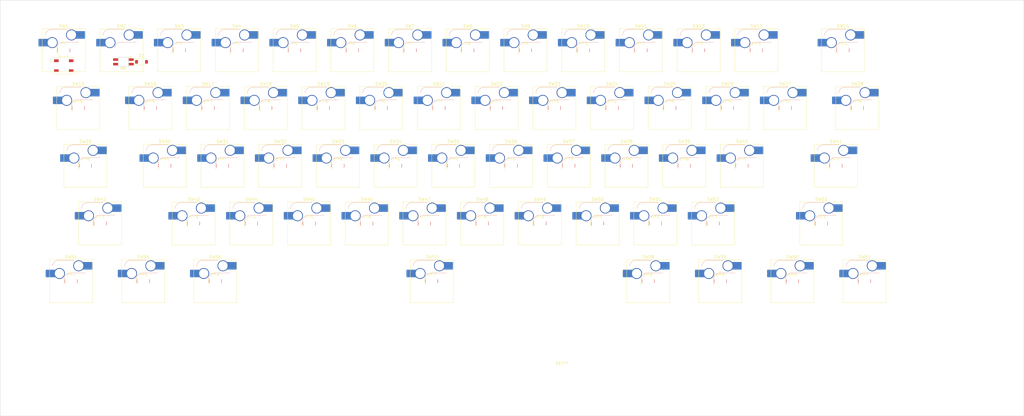
<source format=kicad_pcb>
(kicad_pcb (version 20221018) (generator pcbnew)
  (layers (0 "F.Cu" signal) (31 "B.Cu" signal) (34 "B.Paste" user) (35 "F.Paste" user) (36 "B.SilkS" user "B.Silkscreen") (37 "F.SilkS" user "F.Silkscreen") (38 "B.Mask" user) (39 "F.Mask" user) (44 "Edge.Cuts" user))
  (net 0 "")
  (net 1 "Net-(D1-A)")
  (net 2 "Net-(D2-A)")
  (net 3 "Net-(D3-A)")
  (net 4 "Net-(D4-A)")
  (net 5 "Net-(D5-A)")
  (net 6 "Net-(D6-A)")
  (net 7 "Net-(D7-A)")
  (net 8 "Net-(D8-A)")
  (net 9 "Net-(D10-A)")
  (net 10 "Net-(D9-A)")
  (net 11 "Net-(D11-A)")
  (net 12 "Net-(D12-A)")
  (net 13 "Net-(D13-A)")
  (net 14 "Net-(D14-A)")
  (net 15 "Net-(D15-A)")
  (net 16 "Net-(D16-A)")
  (net 17 "Net-(D17-A)")
  (net 18 "Net-(D18-A)")
  (net 19 "Net-(D19-A)")
  (net 20 "Net-(D20-A)")
  (net 21 "Net-(D21-A)")
  (net 22 "Net-(D22-A)")
  (net 23 "Net-(D23-A)")
  (net 24 "Net-(D24-A)")
  (net 25 "Net-(D25-A)")
  (net 26 "Net-(D26-A)")
  (net 27 "Net-(D27-A)")
  (net 28 "Net-(D28-A)")
  (net 29 "ROW1")
  (net 30 "COL1")
  (net 31 "COL2")
  (net 32 "COL3")
  (net 33 "COL4")
  (net 34 "COL5")
  (net 35 "COL6")
  (net 36 "COL7")
  (net 37 "COL8")
  (net 38 "COL9")
  (net 39 "COL10")
  (net 40 "COL11")
  (net 41 "COL12")
  (net 42 "COL13")
  (net 43 "COL14")
  (net 44 "Net-(D29-A)")
  (net 45 "Net-(D30-A)")
  (net 46 "Net-(D31-A)")
  (net 47 "Net-(D32-A)")
  (net 48 "Net-(D33-A)")
  (net 49 "Net-(D34-A)")
  (net 50 "Net-(D35-A)")
  (net 51 "Net-(D36-A)")
  (net 52 "Net-(D37-A)")
  (net 53 "Net-(D38-A)")
  (net 54 "Net-(D39-A)")
  (net 55 "Net-(D40-A)")
  (net 56 "Net-(D41-A)")
  (net 57 "Net-(D42-A)")
  (net 58 "Net-(D43-A)")
  (net 59 "Net-(D44-A)")
  (net 60 "Net-(D45-A)")
  (net 61 "Net-(D46-A)")
  (net 62 "Net-(D47-A)")
  (net 63 "Net-(D48-A)")
  (net 64 "Net-(D49-A)")
  (net 65 "Net-(D50-A)")
  (net 66 "Net-(D51-A)")
  (net 67 "Net-(D52-A)")
  (net 68 "Net-(D53-A)")
  (net 69 "Net-(D54-A)")
  (net 70 "Net-(D55-A)")
  (net 71 "Net-(D56-A)")
  (net 72 "Net-(D57-A)")
  (net 73 "Net-(D58-A)")
  (net 74 "Net-(D59-A)")
  (net 75 "Net-(D60-A)")
  (net 76 "Net-(D61-A)")
  (net 77 "ROW3")
  (net 78 "ROW4")
  (net 79 "ROW5")
  (footprint "PCM_Mounting_Keyboard_Stabilizer:Stabilizer_Cherry_MX_6.25u" (layer "F.Cu") (at 208.28 137.16)
    (fp_text reference "REF**" (at 0 -2) (layer "F.SilkS"))
    (fp_text value "Stabilizer_Cherry_MX_6.25u")
    (pad "" np_thru_hole circle (at -50 -6.985) (size 3.048 3.048) (drill 3.048) (layers "*.Cu" "*.Mask"))
    (pad "" np_thru_hole circle (at -50 8.225) (size 3.9878 3.9878) (drill 3.9878) (layers "*.Cu" "*.Mask"))
    (pad "" np_thru_hole circle (at 50 -6.985) (size 3.048 3.048) (drill 3.048) (layers "*.Cu" "*.Mask"))
    (pad "" np_thru_hole circle (at 50 8.225) (size 3.9878 3.9878) (drill 3.9878) (layers "*.Cu" "*.Mask"))
  )
  (footprint "PCM_Switch_Keyboard_Hotswap_Kailh:SW_Hotswap_Kailh_MX_plated_1.00u" (layer "F.Cu") (at 215.265 31.75)
    (fp_text reference "SW10" (at 0 -8) (layer "F.SilkS"))
    (fp_text value "SW_SPST")
    (pad "" np_thru_hole circle (at -5.08 0) (size 1.75 1.75) (drill 1.75) (layers "*.Cu" "*.Mask"))
    (pad "" np_thru_hole circle (at 0 0) (size 4 4) (drill 4) (layers "*.Cu" "*.Mask"))
    (pad "" np_thru_hole circle (at 5.08 0) (size 1.75 1.75) (drill 1.75) (layers "*.Cu" "*.Mask"))
    (pad "1" smd roundrect (at -6.585 -2.54) (size 3.55 2.5) (layers "B.Cu") (roundrect_rratio 0.1) (net 29 "ROW1"))
    (pad "1" thru_hole circle (at -3.81 -2.54) (size 3.6 3.6) (drill 3.05) (layers "*.Cu" "B.Mask") (net 29 "ROW1"))
    (pad "2" thru_hole circle (at 2.54 -5.08) (size 3.6 3.6) (drill 3.05) (layers "*.Cu" "B.Mask") (net 9 "Net-(D10-A)"))
    (pad "2" smd roundrect (at 5.32 -5.08) (size 3.55 2.5) (layers "B.Cu") (roundrect_rratio 0.1) (net 9 "Net-(D10-A)"))
  )
  (footprint "Diode_SMD:D_SOD-123" (layer "F.Cu") (at 229.5525 69.85)
    (fp_text reference "D38" (at 0 -2) (layer "F.SilkS"))
    (fp_text value "1N4148W")
    (pad "1" smd roundrect (at -1.65 0) (size 0.9 1.2) (layers "F.Cu" "F.Paste" "F.Mask") (net 39 "COL10"))
    (pad "2" smd roundrect (at 1.65 0) (size 0.9 1.2) (layers "F.Cu" "F.Paste" "F.Mask") (net 53 "Net-(D38-A)"))
  )
  (footprint "Diode_SMD:D_SOD-123" (layer "F.Cu") (at 308.133499 107.95)
    (fp_text reference "D61" (at 0 -2) (layer "F.SilkS"))
    (fp_text value "1N4148W")
    (pad "1" smd roundrect (at -1.65 0) (size 0.9 1.2) (layers "F.Cu" "F.Paste" "F.Mask") (net 37 "COL8"))
    (pad "2" smd roundrect (at 1.65 0) (size 0.9 1.2) (layers "F.Cu" "F.Paste" "F.Mask") (net 76 "Net-(D61-A)"))
  )
  (footprint "Diode_SMD:D_SOD-123" (layer "F.Cu") (at 262.89 50.8)
    (fp_text reference "D26" (at 0 -2) (layer "F.SilkS"))
    (fp_text value "1N4148W")
    (pad "1" smd roundrect (at -1.65 0) (size 0.9 1.2) (layers "F.Cu" "F.Paste" "F.Mask") (net 41 "COL12"))
    (pad "2" smd roundrect (at 1.65 0) (size 0.9 1.2) (layers "F.Cu" "F.Paste" "F.Mask") (net 26 "Net-(D26-A)"))
  )
  (footprint "Diode_SMD:D_SOD-123" (layer "F.Cu") (at 300.99 31.75)
    (fp_text reference "D14" (at 0 -2) (layer "F.SilkS"))
    (fp_text value "1N4148W")
    (pad "1" smd roundrect (at -1.65 0) (size 0.9 1.2) (layers "F.Cu" "F.Paste" "F.Mask") (net 43 "COL14"))
    (pad "2" smd roundrect (at 1.65 0) (size 0.9 1.2) (layers "F.Cu" "F.Paste" "F.Mask") (net 14 "Net-(D14-A)"))
  )
  (footprint "PCM_Switch_Keyboard_Hotswap_Kailh:SW_Hotswap_Kailh_MX_plated_1.00u" (layer "F.Cu") (at 143.8275 88.9)
    (fp_text reference "SW46" (at 0 -8) (layer "F.SilkS"))
    (fp_text value "SW_SPST")
    (pad "" np_thru_hole circle (at -5.08 0) (size 1.75 1.75) (drill 1.75) (layers "*.Cu" "*.Mask"))
    (pad "" np_thru_hole circle (at 0 0) (size 4 4) (drill 4) (layers "*.Cu" "*.Mask"))
    (pad "" np_thru_hole circle (at 5.08 0) (size 1.75 1.75) (drill 1.75) (layers "*.Cu" "*.Mask"))
    (pad "1" smd roundrect (at -6.585 -2.54) (size 3.55 2.5) (layers "B.Cu") (roundrect_rratio 0.1) (net 78 "ROW4"))
    (pad "1" thru_hole circle (at -3.81 -2.54) (size 3.6 3.6) (drill 3.05) (layers "*.Cu" "B.Mask") (net 78 "ROW4"))
    (pad "2" thru_hole circle (at 2.54 -5.08) (size 3.6 3.6) (drill 3.05) (layers "*.Cu" "B.Mask") (net 61 "Net-(D46-A)"))
    (pad "2" smd roundrect (at 5.32 -5.08) (size 3.55 2.5) (layers "B.Cu") (roundrect_rratio 0.1) (net 61 "Net-(D46-A)"))
  )
  (footprint "Diode_SMD:D_SOD-123" (layer "F.Cu") (at 196.215 31.75)
    (fp_text reference "D9" (at 0 -2) (layer "F.SilkS"))
    (fp_text value "1N4148W")
    (pad "1" smd roundrect (at -1.65 0) (size 0.9 1.2) (layers "F.Cu" "F.Paste" "F.Mask") (net 38 "COL9"))
    (pad "2" smd roundrect (at 1.65 0) (size 0.9 1.2) (layers "F.Cu" "F.Paste" "F.Mask") (net 10 "Net-(D9-A)"))
  )
  (footprint "PCM_Switch_Keyboard_Hotswap_Kailh:SW_Hotswap_Kailh_MX_plated_1.00u" (layer "F.Cu") (at 177.165 31.75)
    (fp_text reference "SW8" (at 0 -8) (layer "F.SilkS"))
    (fp_text value "SW_SPST")
    (pad "" np_thru_hole circle (at -5.08 0) (size 1.75 1.75) (drill 1.75) (layers "*.Cu" "*.Mask"))
    (pad "" np_thru_hole circle (at 0 0) (size 4 4) (drill 4) (layers "*.Cu" "*.Mask"))
    (pad "" np_thru_hole circle (at 5.08 0) (size 1.75 1.75) (drill 1.75) (layers "*.Cu" "*.Mask"))
    (pad "1" smd roundrect (at -6.585 -2.54) (size 3.55 2.5) (layers "B.Cu") (roundrect_rratio 0.1) (net 29 "ROW1"))
    (pad "1" thru_hole circle (at -3.81 -2.54) (size 3.6 3.6) (drill 3.05) (layers "*.Cu" "B.Mask") (net 29 "ROW1"))
    (pad "2" thru_hole circle (at 2.54 -5.08) (size 3.6 3.6) (drill 3.05) (layers "*.Cu" "B.Mask") (net 8 "Net-(D8-A)"))
    (pad "2" smd roundrect (at 5.32 -5.08) (size 3.55 2.5) (layers "B.Cu") (roundrect_rratio 0.1) (net 8 "Net-(D8-A)"))
  )
  (footprint "PCM_Switch_Keyboard_Hotswap_Kailh:SW_Hotswap_Kailh_MX_plated_1.00u" (layer "F.Cu") (at 100.965 31.75)
    (fp_text reference "SW4" (at 0 -8) (layer "F.SilkS"))
    (fp_text value "SW_SPST")
    (pad "" np_thru_hole circle (at -5.08 0) (size 1.75 1.75) (drill 1.75) (layers "*.Cu" "*.Mask"))
    (pad "" np_thru_hole circle (at 0 0) (size 4 4) (drill 4) (layers "*.Cu" "*.Mask"))
    (pad "" np_thru_hole circle (at 5.08 0) (size 1.75 1.75) (drill 1.75) (layers "*.Cu" "*.Mask"))
    (pad "1" smd roundrect (at -6.585 -2.54) (size 3.55 2.5) (layers "B.Cu") (roundrect_rratio 0.1) (net 29 "ROW1"))
    (pad "1" thru_hole circle (at -3.81 -2.54) (size 3.6 3.6) (drill 3.05) (layers "*.Cu" "B.Mask") (net 29 "ROW1"))
    (pad "2" thru_hole circle (at 2.54 -5.08) (size 3.6 3.6) (drill 3.05) (layers "*.Cu" "B.Mask") (net 4 "Net-(D4-A)"))
    (pad "2" smd roundrect (at 5.32 -5.08) (size 3.55 2.5) (layers "B.Cu") (roundrect_rratio 0.1) (net 4 "Net-(D4-A)"))
  )
  (footprint "Diode_SMD:D_SOD-123" (layer "F.Cu") (at 100.965 31.75)
    (fp_text reference "D4" (at 0 -2) (layer "F.SilkS"))
    (fp_text value "1N4148W")
    (pad "1" smd roundrect (at -1.65 0) (size 0.9 1.2) (layers "F.Cu" "F.Paste" "F.Mask") (net 33 "COL4"))
    (pad "2" smd roundrect (at 1.65 0) (size 0.9 1.2) (layers "F.Cu" "F.Paste" "F.Mask") (net 4 "Net-(D4-A)"))
  )
  (footprint "PCM_Switch_Keyboard_Hotswap_Kailh:SW_Hotswap_Kailh_MX_plated_1.00u" (layer "F.Cu") (at 172.4025 69.85)
    (fp_text reference "SW35" (at 0 -8) (layer "F.SilkS"))
    (fp_text value "SW_SPST")
    (pad "" np_thru_hole circle (at -5.08 0) (size 1.75 1.75) (drill 1.75) (layers "*.Cu" "*.Mask"))
    (pad "" np_thru_hole circle (at 0 0) (size 4 4) (drill 4) (layers "*.Cu" "*.Mask"))
    (pad "" np_thru_hole circle (at 5.08 0) (size 1.75 1.75) (drill 1.75) (layers "*.Cu" "*.Mask"))
    (pad "1" smd roundrect (at -6.585 -2.54) (size 3.55 2.5) (layers "B.Cu") (roundrect_rratio 0.1) (net 77 "ROW3"))
    (pad "1" thru_hole circle (at -3.81 -2.54) (size 3.6 3.6) (drill 3.05) (layers "*.Cu" "B.Mask") (net 77 "ROW3"))
    (pad "2" thru_hole circle (at 2.54 -5.08) (size 3.6 3.6) (drill 3.05) (layers "*.Cu" "B.Mask") (net 50 "Net-(D35-A)"))
    (pad "2" smd roundrect (at 5.32 -5.08) (size 3.55 2.5) (layers "B.Cu") (roundrect_rratio 0.1) (net 50 "Net-(D35-A)"))
  )
  (footprint "PCM_Switch_Keyboard_Hotswap_Kailh:SW_Hotswap_Kailh_MX_plated_1.00u" (layer "F.Cu") (at 200.9775 88.9)
    (fp_text reference "SW49" (at 0 -8) (layer "F.SilkS"))
    (fp_text value "SW_SPST")
    (pad "" np_thru_hole circle (at -5.08 0) (size 1.75 1.75) (drill 1.75) (layers "*.Cu" "*.Mask"))
    (pad "" np_thru_hole circle (at 0 0) (size 4 4) (drill 4) (layers "*.Cu" "*.Mask"))
    (pad "" np_thru_hole circle (at 5.08 0) (size 1.75 1.75) (drill 1.75) (layers "*.Cu" "*.Mask"))
    (pad "1" smd roundrect (at -6.585 -2.54) (size 3.55 2.5) (layers "B.Cu") (roundrect_rratio 0.1) (net 78 "ROW4"))
    (pad "1" thru_hole circle (at -3.81 -2.54) (size 3.6 3.6) (drill 3.05) (layers "*.Cu" "B.Mask") (net 78 "ROW4"))
    (pad "2" thru_hole circle (at 2.54 -5.08) (size 3.6 3.6) (drill 3.05) (layers "*.Cu" "B.Mask") (net 64 "Net-(D49-A)"))
    (pad "2" smd roundrect (at 5.32 -5.08) (size 3.55 2.5) (layers "B.Cu") (roundrect_rratio 0.1) (net 64 "Net-(D49-A)"))
  )
  (footprint "Diode_SMD:D_SOD-123" (layer "F.Cu") (at 148.59 50.8)
    (fp_text reference "D20" (at 0 -2) (layer "F.SilkS"))
    (fp_text value "1N4148W")
    (pad "1" smd roundrect (at -1.65 0) (size 0.9 1.2) (layers "F.Cu" "F.Paste" "F.Mask") (net 35 "COL6"))
    (pad "2" smd roundrect (at 1.65 0) (size 0.9 1.2) (layers "F.Cu" "F.Paste" "F.Mask") (net 20 "Net-(D20-A)"))
  )
  (footprint "Diode_SMD:D_SOD-123" (layer "F.Cu") (at 162.8775 88.9)
    (fp_text reference "D47" (at 0 -2) (layer "F.SilkS"))
    (fp_text value "1N4148W")
    (pad "1" smd roundrect (at -1.65 0) (size 0.9 1.2) (layers "F.Cu" "F.Paste" "F.Mask") (net 35 "COL6"))
    (pad "2" smd roundrect (at 1.65 0) (size 0.9 1.2) (layers "F.Cu" "F.Paste" "F.Mask") (net 62 "Net-(D47-A)"))
  )
  (footprint "Diode_SMD:D_SOD-123" (layer "F.Cu") (at 105.7275 88.9)
    (fp_text reference "D44" (at 0 -2) (layer "F.SilkS"))
    (fp_text value "1N4148W")
    (pad "1" smd roundrect (at -1.65 0) (size 0.9 1.2) (layers "F.Cu" "F.Paste" "F.Mask") (net 32 "COL3"))
    (pad "2" smd roundrect (at 1.65 0) (size 0.9 1.2) (layers "F.Cu" "F.Paste" "F.Mask") (net 59 "Net-(D44-A)"))
  )
  (footprint "PCM_Switch_Keyboard_Hotswap_Kailh:SW_Hotswap_Kailh_MX_plated_1.00u" (layer "F.Cu") (at 229.5525 69.85)
    (fp_text reference "SW38" (at 0 -8) (layer "F.SilkS"))
    (fp_text value "SW_SPST")
    (pad "" np_thru_hole circle (at -5.08 0) (size 1.75 1.75) (drill 1.75) (layers "*.Cu" "*.Mask"))
    (pad "" np_thru_hole circle (at 0 0) (size 4 4) (drill 4) (layers "*.Cu" "*.Mask"))
    (pad "" np_thru_hole circle (at 5.08 0) (size 1.75 1.75) (drill 1.75) (layers "*.Cu" "*.Mask"))
    (pad "1" smd roundrect (at -6.585 -2.54) (size 3.55 2.5) (layers "B.Cu") (roundrect_rratio 0.1) (net 77 "ROW3"))
    (pad "1" thru_hole circle (at -3.81 -2.54) (size 3.6 3.6) (drill 3.05) (layers "*.Cu" "B.Mask") (net 77 "ROW3"))
    (pad "2" thru_hole circle (at 2.54 -5.08) (size 3.6 3.6) (drill 3.05) (layers "*.Cu" "B.Mask") (net 53 "Net-(D38-A)"))
    (pad "2" smd roundrect (at 5.32 -5.08) (size 3.55 2.5) (layers "B.Cu") (roundrect_rratio 0.1) (net 53 "Net-(D38-A)"))
  )
  (footprint "Diode_SMD:D_SOD-123" (layer "F.Cu") (at 69.47 35.56)
    (fp_text reference "D2" (at 0 -2) (layer "F.SilkS"))
    (fp_text value "1N4148W")
    (pad "1" smd roundrect (at -1.65 0) (size 0.9 1.2) (layers "F.Cu" "F.Paste" "F.Mask") (net 31 "COL2"))
    (pad "2" smd roundrect (at 1.65 0) (size 0.9 1.2) (layers "F.Cu" "F.Paste" "F.Mask") (net 2 "Net-(D2-A)"))
  )
  (footprint "PCM_Switch_Keyboard_Hotswap_Kailh:SW_Hotswap_Kailh_MX_plated_1.00u" (layer "F.Cu") (at 105.7275 88.9)
    (fp_text reference "SW44" (at 0 -8) (layer "F.SilkS"))
    (fp_text value "SW_SPST")
    (pad "" np_thru_hole circle (at -5.08 0) (size 1.75 1.75) (drill 1.75) (layers "*.Cu" "*.Mask"))
    (pad "" np_thru_hole circle (at 0 0) (size 4 4) (drill 4) (layers "*.Cu" "*.Mask"))
    (pad "" np_thru_hole circle (at 5.08 0) (size 1.75 1.75) (drill 1.75) (layers "*.Cu" "*.Mask"))
    (pad "1" smd roundrect (at -6.585 -2.54) (size 3.55 2.5) (layers "B.Cu") (roundrect_rratio 0.1) (net 78 "ROW4"))
    (pad "1" thru_hole circle (at -3.81 -2.54) (size 3.6 3.6) (drill 3.05) (layers "*.Cu" "B.Mask") (net 78 "ROW4"))
    (pad "2" thru_hole circle (at 2.54 -5.08) (size 3.6 3.6) (drill 3.05) (layers "*.Cu" "B.Mask") (net 59 "Net-(D44-A)"))
    (pad "2" smd roundrect (at 5.32 -5.08) (size 3.55 2.5) (layers "B.Cu") (roundrect_rratio 0.1) (net 59 "Net-(D44-A)"))
  )
  (footprint "PCM_Switch_Keyboard_Hotswap_Kailh:SW_Hotswap_Kailh_MX_plated_1.25u" (layer "F.Cu") (at 93.821 107.95)
    (fp_text reference "SW56" (at 0 -8) (layer "F.SilkS"))
    (fp_text value "SW_SPST")
    (pad "" np_thru_hole circle (at -5.08 0) (size 1.75 1.75) (drill 1.75) (layers "*.Cu" "*.Mask"))
    (pad "" np_thru_hole circle (at 0 0) (size 4 4) (drill 4) (layers "*.Cu" "*.Mask"))
    (pad "" np_thru_hole circle (at 5.08 0) (size 1.75 1.75) (drill 1.75) (layers "*.Cu" "*.Mask"))
    (pad "1" smd roundrect (at -6.585 -2.54) (size 3.55 2.5) (layers "B.Cu") (roundrect_rratio 0.1) (net 79 "ROW5"))
    (pad "1" thru_hole circle (at -3.81 -2.54) (size 3.6 3.6) (drill 3.05) (layers "*.Cu" "B.Mask") (net 79 "ROW5"))
    (pad "2" thru_hole circle (at 2.54 -5.08) (size 3.6 3.6) (drill 3.05) (layers "*.Cu" "B.Mask") (net 71 "Net-(D56-A)"))
    (pad "2" smd roundrect (at 5.32 -5.08) (size 3.55 2.5) (layers "B.Cu") (roundrect_rratio 0.1) (net 71 "Net-(D56-A)"))
  )
  (footprint "Diode_SMD:D_SOD-123" (layer "F.Cu") (at 115.2525 69.85)
    (fp_text reference "D32" (at 0 -2) (layer "F.SilkS"))
    (fp_text value "1N4148W")
    (pad "1" smd roundrect (at -1.65 0) (size 0.9 1.2) (layers "F.Cu" "F.Paste" "F.Mask") (net 33 "COL4"))
    (pad "2" smd roundrect (at 1.65 0) (size 0.9 1.2) (layers "F.Cu" "F.Paste" "F.Mask") (net 47 "Net-(D32-A)"))
  )
  (footprint "Diode_SMD:D_SOD-123" (layer "F.Cu") (at 210.5025 69.85)
    (fp_text reference "D37" (at 0 -2) (layer "F.SilkS"))
    (fp_text value "1N4148W")
    (pad "1" smd roundrect (at -1.65 0) (size 0.9 1.2) (layers "F.Cu" "F.Paste" "F.Mask") (net 38 "COL9"))
    (pad "2" smd roundrect (at 1.65 0) (size 0.9 1.2) (layers "F.Cu" "F.Paste" "F.Mask") (net 52 "Net-(D37-A)"))
  )
  (footprint "PCM_Switch_Keyboard_Hotswap_Kailh:SW_Hotswap_Kailh_MX_plated_1.00u" (layer "F.Cu") (at 158.115 31.75)
    (fp_text reference "SW7" (at 0 -8) (layer "F.SilkS"))
    (fp_text value "SW_SPST")
    (pad "" np_thru_hole circle (at -5.08 0) (size 1.75 1.75) (drill 1.75) (layers "*.Cu" "*.Mask"))
    (pad "" np_thru_hole circle (at 0 0) (size 4 4) (drill 4) (layers "*.Cu" "*.Mask"))
    (pad "" np_thru_hole circle (at 5.08 0) (size 1.75 1.75) (drill 1.75) (layers "*.Cu" "*.Mask"))
    (pad "1" smd roundrect (at -6.585 -2.54) (size 3.55 2.5) (layers "B.Cu") (roundrect_rratio 0.1) (net 29 "ROW1"))
    (pad "1" thru_hole circle (at -3.81 -2.54) (size 3.6 3.6) (drill 3.05) (layers "*.Cu" "B.Mask") (net 29 "ROW1"))
    (pad "2" thru_hole circle (at 2.54 -5.08) (size 3.6 3.6) (drill 3.05) (layers "*.Cu" "B.Mask") (net 7 "Net-(D7-A)"))
    (pad "2" smd roundrect (at 5.32 -5.08) (size 3.55 2.5) (layers "B.Cu") (roundrect_rratio 0.1) (net 7 "Net-(D7-A)"))
  )
  (footprint "Diode_SMD:D_SOD-123" (layer "F.Cu") (at 93.821 107.95)
    (fp_text reference "D56" (at 0 -2) (layer "F.SilkS"))
    (fp_text value "1N4148W")
    (pad "1" smd roundrect (at -1.65 0) (size 0.9 1.2) (layers "F.Cu" "F.Paste" "F.Mask") (net 32 "COL3"))
    (pad "2" smd roundrect (at 1.65 0) (size 0.9 1.2) (layers "F.Cu" "F.Paste" "F.Mask") (net 71 "Net-(D56-A)"))
  )
  (footprint "LED_SMD:LED_WS2812B_PLCC4_5.0x5.0mm_P3.2mm" (layer "F.Cu") (at 43.815 36.83)
    (fp_text reference "LED1" (at 0 -3.5) (layer "F.SilkS"))
    (fp_text value "WS2812B")
    (fp_text user "1" (at -4.15 -1.6) (layer "F.SilkS"))
    (pad "1" smd rect (at -2.45 -1.65) (size 1.5 0.9) (layers "F.Cu" "F.Paste" "F.Mask"))
    (pad "2" smd rect (at -2.45 1.65) (size 1.5 0.9) (layers "F.Cu" "F.Paste" "F.Mask"))
    (pad "3" smd rect (at 2.45 1.65) (size 1.5 0.9) (layers "F.Cu" "F.Paste" "F.Mask"))
    (pad "4" smd rect (at 2.45 -1.65) (size 1.5 0.9) (layers "F.Cu" "F.Paste" "F.Mask"))
  )
  (footprint "Diode_SMD:D_SOD-123" (layer "F.Cu") (at 91.44 50.8)
    (fp_text reference "D17" (at 0 -2) (layer "F.SilkS"))
    (fp_text value "1N4148W")
    (pad "1" smd roundrect (at -1.65 0) (size 0.9 1.2) (layers "F.Cu" "F.Paste" "F.Mask") (net 32 "COL3"))
    (pad "2" smd roundrect (at 1.65 0) (size 0.9 1.2) (layers "F.Cu" "F.Paste" "F.Mask") (net 17 "Net-(D17-A)"))
  )
  (footprint "PCM_Switch_Keyboard_Hotswap_Kailh:SW_Hotswap_Kailh_MX_plated_1.00u" (layer "F.Cu") (at 196.215 31.75)
    (fp_text reference "SW9" (at 0 -8) (layer "F.SilkS"))
    (fp_text value "SW_SPST")
    (pad "" np_thru_hole circle (at -5.08 0) (size 1.75 1.75) (drill 1.75) (layers "*.Cu" "*.Mask"))
    (pad "" np_thru_hole circle (at 0 0) (size 4 4) (drill 4) (layers "*.Cu" "*.Mask"))
    (pad "" np_thru_hole circle (at 5.08 0) (size 1.75 1.75) (drill 1.75) (layers "*.Cu" "*.Mask"))
    (pad "1" smd roundrect (at -6.585 -2.54) (size 3.55 2.5) (layers "B.Cu") (roundrect_rratio 0.1) (net 29 "ROW1"))
    (pad "1" thru_hole circle (at -3.81 -2.54) (size 3.6 3.6) (drill 3.05) (layers "*.Cu" "B.Mask") (net 29 "ROW1"))
    (pad "2" thru_hole circle (at 2.54 -5.08) (size 3.6 3.6) (drill 3.05) (layers "*.Cu" "B.Mask") (net 10 "Net-(D9-A)"))
    (pad "2" smd roundrect (at 5.32 -5.08) (size 3.55 2.5) (layers "B.Cu") (roundrect_rratio 0.1) (net 10 "Net-(D9-A)"))
  )
  (footprint "PCM_Switch_Keyboard_Hotswap_Kailh:SW_Hotswap_Kailh_MX_plated_1.00u" (layer "F.Cu") (at 205.74 50.8)
    (fp_text reference "SW23" (at 0 -8) (layer "F.SilkS"))
    (fp_text value "SW_SPST")
    (pad "" np_thru_hole circle (at -5.08 0) (size 1.75 1.75) (drill 1.75) (layers "*.Cu" "*.Mask"))
    (pad "" np_thru_hole circle (at 0 0) (size 4 4) (drill 4) (layers "*.Cu" "*.Mask"))
    (pad "" np_thru_hole circle (at 5.08 0) (size 1.75 1.75) (drill 1.75) (layers "*.Cu" "*.Mask"))
    (pad "1" smd roundrect (at -6.585 -2.54) (size 3.55 2.5) (layers "B.Cu") (roundrect_rratio 0.1) (net 29 "ROW1"))
    (pad "1" thru_hole circle (at -3.81 -2.54) (size 3.6 3.6) (drill 3.05) (layers "*.Cu" "B.Mask") (net 29 "ROW1"))
    (pad "2" thru_hole circle (at 2.54 -5.08) (size 3.6 3.6) (drill 3.05) (layers "*.Cu" "B.Mask") (net 23 "Net-(D23-A)"))
    (pad "2" smd roundrect (at 5.32 -5.08) (size 3.55 2.5) (layers "B.Cu") (roundrect_rratio 0.1) (net 23 "Net-(D23-A)"))
  )
  (footprint "Diode_SMD:D_SOD-123" (layer "F.Cu") (at 258.1275 88.9)
    (fp_text reference "D52" (at 0 -2) (layer "F.SilkS"))
    (fp_text value "1N4148W")
    (pad "1" smd roundrect (at -1.65 0) (size 0.9 1.2) (layers "F.Cu" "F.Paste" "F.Mask") (net 40 "COL11"))
    (pad "2" smd roundrect (at 1.65 0) (size 0.9 1.2) (layers "F.Cu" "F.Paste" "F.Mask") (net 67 "Net-(D52-A)"))
  )
  (footprint "Diode_SMD:D_SOD-123" (layer "F.Cu") (at 124.7775 88.9)
    (fp_text reference "D45" (at 0 -2) (layer "F.SilkS"))
    (fp_text value "1N4148W")
    (pad "1" smd roundrect (at -1.65 0) (size 0.9 1.2) (layers "F.Cu" "F.Paste" "F.Mask") (net 33 "COL4"))
    (pad "2" smd roundrect (at 1.65 0) (size 0.9 1.2) (layers "F.Cu" "F.Paste" "F.Mask") (net 60 "Net-(D45-A)"))
  )
  (footprint "Diode_SMD:D_SOD-123" (layer "F.Cu") (at 224.79 50.8)
    (fp_text reference "D24" (at 0 -2) (layer "F.SilkS"))
    (fp_text value "1N4148W")
    (pad "1" smd roundrect (at -1.65 0) (size 0.9 1.2) (layers "F.Cu" "F.Paste" "F.Mask") (net 39 "COL10"))
    (pad "2" smd roundrect (at 1.65 0) (size 0.9 1.2) (layers "F.Cu" "F.Paste" "F.Mask") (net 24 "Net-(D24-A)"))
  )
  (footprint "PCM_Switch_Keyboard_Hotswap_Kailh:SW_Hotswap_Kailh_MX_plated_1.00u" (layer "F.Cu") (at 253.365 31.75)
    (fp_text reference "SW12" (at 0 -8) (layer "F.SilkS"))
    (fp_text value "SW_SPST")
    (pad "" np_thru_hole circle (at -5.08 0) (size 1.75 1.75) (drill 1.75) (layers "*.Cu" "*.Mask"))
    (pad "" np_thru_hole circle (at 0 0) (size 4 4) (drill 4) (layers "*.Cu" "*.Mask"))
    (pad "" np_thru_hole circle (at 5.08 0) (size 1.75 1.75) (drill 1.75) (layers "*.Cu" "*.Mask"))
    (pad "1" smd roundrect (at -6.585 -2.54) (size 3.55 2.5) (layers "B.Cu") (roundrect_rratio 0.1) (net 29 "ROW1"))
    (pad "1" thru_hole circle (at -3.81 -2.54) (size 3.6 3.6) (drill 3.05) (layers "*.Cu" "B.Mask") (net 29 "ROW1"))
    (pad "2" thru_hole circle (at 2.54 -5.08) (size 3.6 3.6) (drill 3.05) (layers "*.Cu" "B.Mask") (net 12 "Net-(D12-A)"))
    (pad "2" smd roundrect (at 5.32 -5.08) (size 3.55 2.5) (layers "B.Cu") (roundrect_rratio 0.1) (net 12 "Net-(D12-A)"))
  )
  (footprint "PCM_Switch_Keyboard_Hotswap_Kailh:SW_Hotswap_Kailh_MX_plated_1.25u" (layer "F.Cu") (at 46.196 107.95)
    (fp_text reference "SW54" (at 0 -8) (layer "F.SilkS"))
    (fp_text value "SW_SPST")
    (pad "" np_thru_hole circle (at -5.08 0) (size 1.75 1.75) (drill 1.75) (layers "*.Cu" "*.Mask"))
    (pad "" np_thru_hole circle (at 0 0) (size 4 4) (drill 4) (layers "*.Cu" "*.Mask"))
    (pad "" np_thru_hole circle (at 5.08 0) (size 1.75 1.75) (drill 1.75) (layers "*.Cu" "*.Mask"))
    (pad "1" smd roundrect (at -6.585 -2.54) (size 3.55 2.5) (layers "B.Cu") (roundrect_rratio 0.1) (net 79 "ROW5"))
    (pad "1" thru_hole circle (at -3.81 -2.54) (size 3.6 3.6) (drill 3.05) (layers "*.Cu" "B.Mask") (net 79 "ROW5"))
    (pad "2" thru_hole circle (at 2.54 -5.08) (size 3.6 3.6) (drill 3.05) (layers "*.Cu" "B.Mask") (net 69 "Net-(D54-A)"))
    (pad "2" smd roundrect (at 5.32 -5.08) (size 3.55 2.5) (layers "B.Cu") (roundrect_rratio 0.1) (net 69 "Net-(D54-A)"))
  )
  (footprint "PCM_Switch_Keyboard_Hotswap_Kailh:SW_Hotswap_Kailh_MX_plated_1.00u" (layer "F.Cu") (at 115.2525 69.85)
    (fp_text reference "SW32" (at 0 -8) (layer "F.SilkS"))
    (fp_text value "SW_SPST")
    (pad "" np_thru_hole circle (at -5.08 0) (size 1.75 1.75) (drill 1.75) (layers "*.Cu" "*.Mask"))
    (pad "" np_thru_hole circle (at 0 0) (size 4 4) (drill 4) (layers "*.Cu" "*.Mask"))
    (pad "" np_thru_hole circle (at 5.08 0) (size 1.75 1.75) (drill 1.75) (layers "*.Cu" "*.Mask"))
    (pad "1" smd roundrect (at -6.585 -2.54) (size 3.55 2.5) (layers "B.Cu") (roundrect_rratio 0.1) (net 77 "ROW3"))
    (pad "1" thru_hole circle (at -3.81 -2.54) (size 3.6 3.6) (drill 3.05) (layers "*.Cu" "B.Mask") (net 77 "ROW3"))
    (pad "2" thru_hole circle (at 2.54 -5.08) (size 3.6 3.6) (drill 3.05) (layers "*.Cu" "B.Mask") (net 47 "Net-(D32-A)"))
    (pad "2" smd roundrect (at 5.32 -5.08) (size 3.55 2.5) (layers "B.Cu") (roundrect_rratio 0.1) (net 47 "Net-(D32-A)"))
  )
  (footprint "PCM_Switch_Keyboard_Hotswap_Kailh:SW_Hotswap_Kailh_MX_plated_1.00u" (layer "F.Cu") (at 243.84 50.8)
    (fp_text reference "SW25" (at 0 -8) (layer "F.SilkS"))
    (fp_text value "SW_SPST")
    (pad "" np_thru_hole circle (at -5.08 0) (size 1.75 1.75) (drill 1.75) (layers "*.Cu" "*.Mask"))
    (pad "" np_thru_hole circle (at 0 0) (size 4 4) (drill 4) (layers "*.Cu" "*.Mask"))
    (pad "" np_thru_hole circle (at 5.08 0) (size 1.75 1.75) (drill 1.75) (layers "*.Cu" "*.Mask"))
    (pad "1" smd roundrect (at -6.585 -2.54) (size 3.55 2.5) (layers "B.Cu") (roundrect_rratio 0.1) (net 29 "ROW1"))
    (pad "1" thru_hole circle (at -3.81 -2.54) (size 3.6 3.6) (drill 3.05) (layers "*.Cu" "B.Mask") (net 29 "ROW1"))
    (pad "2" thru_hole circle (at 2.54 -5.08) (size 3.6 3.6) (drill 3.05) (layers "*.Cu" "B.Mask") (net 25 "Net-(D25-A)"))
    (pad "2" smd roundrect (at 5.32 -5.08) (size 3.55 2.5) (layers "B.Cu") (roundrect_rratio 0.1) (net 25 "Net-(D25-A)"))
  )
  (footprint "Diode_SMD:D_SOD-123" (layer "F.Cu") (at 134.3025 69.85)
    (fp_text reference "D33" (at 0 -2) (layer "F.SilkS"))
    (fp_text value "1N4148W")
    (pad "1" smd roundrect (at -1.65 0) (size 0.9 1.2) (layers "F.Cu" "F.Paste" "F.Mask") (net 34 "COL5"))
    (pad "2" smd roundrect (at 1.65 0) (size 0.9 1.2) (layers "F.Cu" "F.Paste" "F.Mask") (net 48 "Net-(D33-A)"))
  )
  (footprint "Diode_SMD:D_SOD-123" (layer "F.Cu") (at 200.9775 88.9)
    (fp_text reference "D49" (at 0 -2) (layer "F.SilkS"))
    (fp_text value "1N4148W")
    (pad "1" smd roundrect (at -1.65 0) (size 0.9 1.2) (layers "F.Cu" "F.Paste" "F.Mask") (net 37 "COL8"))
    (pad "2" smd roundrect (at 1.65 0) (size 0.9 1.2) (layers "F.Cu" "F.Paste" "F.Mask") (net 64 "Net-(D49-A)"))
  )
  (footprint "PCM_Switch_Keyboard_Hotswap_Kailh:SW_Hotswap_Kailh_MX_plated_1.00u" (layer "F.Cu") (at 220.0275 88.9)
    (fp_text reference "SW50" (at 0 -8) (layer "F.SilkS"))
    (fp_text value "SW_SPST")
    (pad "" np_thru_hole circle (at -5.08 0) (size 1.75 1.75) (drill 1.75) (layers "*.Cu" "*.Mask"))
    (pad "" np_thru_hole circle (at 0 0) (size 4 4) (drill 4) (layers "*.Cu" "*.Mask"))
    (pad "" np_thru_hole circle (at 5.08 0) (size 1.75 1.75) (drill 1.75) (layers "*.Cu" "*.Mask"))
    (pad "1" smd roundrect (at -6.585 -2.54) (size 3.55 2.5) (layers "B.Cu") (roundrect_rratio 0.1) (net 78 "ROW4"))
    (pad "1" thru_hole circle (at -3.81 -2.54) (size 3.6 3.6) (drill 3.05) (layers "*.Cu" "B.Mask") (net 78 "ROW4"))
    (pad "2" thru_hole circle (at 2.54 -5.08) (size 3.6 3.6) (drill 3.05) (layers "*.Cu" "B.Mask") (net 65 "Net-(D50-A)"))
    (pad "2" smd roundrect (at 5.32 -5.08) (size 3.55 2.5) (layers "B.Cu") (roundrect_rratio 0.1) (net 65 "Net-(D50-A)"))
  )
  (footprint "PCM_Switch_Keyboard_Hotswap_Kailh:SW_Hotswap_Kailh_MX_plated_1.00u" (layer "F.Cu") (at 134.3025 69.85)
    (fp_text reference "SW33" (at 0 -8) (layer "F.SilkS"))
    (fp_text value "SW_SPST")
    (pad "" np_thru_hole circle (at -5.08 0) (size 1.75 1.75) (drill 1.75) (layers "*.Cu" "*.Mask"))
    (pad "" np_thru_hole circle (at 0 0) (size 4 4) (drill 4) (layers "*.Cu" "*.Mask"))
    (pad "" np_thru_hole circle (at 5.08 0) (size 1.75 1.75) (drill 1.75) (layers "*.Cu" "*.Mask"))
    (pad "1" smd roundrect (at -6.585 -2.54) (size 3.55 2.5) (layers "B.Cu") (roundrect_rratio 0.1) (net 77 "ROW3"))
    (pad "1" thru_hole circle (at -3.81 -2.54) (size 3.6 3.6) (drill 3.05) (layers "*.Cu" "B.Mask") (net 77 "ROW3"))
    (pad "2" thru_hole circle (at 2.54 -5.08) (size 3.6 3.6) (drill 3.05) (layers "*.Cu" "B.Mask") (net 48 "Net-(D33-A)"))
    (pad "2" smd roundrect (at 5.32 -5.08) (size 3.55 2.5) (layers "B.Cu") (roundrect_rratio 0.1) (net 48 "Net-(D33-A)"))
  )
  (footprint "PCM_Switch_Keyboard_Hotswap_Kailh:SW_Hotswap_Kailh_MX_plated_1.00u" (layer "F.Cu") (at 224.79 50.8)
    (fp_text reference "SW24" (at 0 -8) (layer "F.SilkS"))
    (fp_text value "SW_SPST")
    (pad "" np_thru_hole circle (at -5.08 0) (size 1.75 1.75) (drill 1.75) (layers "*.Cu" "*.Mask"))
    (pad "" np_thru_hole circle (at 0 0) (size 4 4) (drill 4) (layers "*.Cu" "*.Mask"))
    (pad "" np_thru_hole circle (at 5.08 0) (size 1.75 1.75) (drill 1.75) (layers "*.Cu" "*.Mask"))
    (pad "1" smd roundrect (at -6.585 -2.54) (size 3.55 2.5) (layers "B.Cu") (roundrect_rratio 0.1) (net 29 "ROW1"))
    (pad "1" thru_hole circle (at -3.81 -2.54) (size 3.6 3.6) (drill 3.05) (layers "*.Cu" "B.Mask") (net 29 "ROW1"))
    (pad "2" thru_hole circle (at 2.54 -5.08) (size 3.6 3.6) (drill 3.05) (layers "*.Cu" "B.Mask") (net 24 "Net-(D24-A)"))
    (pad "2" smd roundrect (at 5.32 -5.08) (size 3.55 2.5) (layers "B.Cu") (roundrect_rratio 0.1) (net 24 "Net-(D24-A)"))
  )
  (footprint "Diode_SMD:D_SOD-123" (layer "F.Cu") (at 220.0275 88.9)
    (fp_text reference "D50" (at 0 -2) (layer "F.SilkS"))
    (fp_text value "1N4148W")
    (pad "1" smd roundrect (at -1.65 0) (size 0.9 1.2) (layers "F.Cu" "F.Paste" "F.Mask") (net 38 "COL9"))
    (pad "2" smd roundrect (at 1.65 0) (size 0.9 1.2) (layers "F.Cu" "F.Paste" "F.Mask") (net 65 "Net-(D50-A)"))
  )
  (footprint "Diode_SMD:D_SOD-123" (layer "F.Cu") (at 46.196 107.95)
    (fp_text reference "D54" (at 0 -2) (layer "F.SilkS"))
    (fp_text value "1N4148W")
    (pad "1" smd roundrect (at -1.65 0) (size 0.9 1.2) (layers "F.Cu" "F.Paste" "F.Mask") (net 30 "COL1"))
    (pad "2" smd roundrect (at 1.65 0) (size 0.9 1.2) (layers "F.Cu" "F.Paste" "F.Mask") (net 69 "Net-(D54-A)"))
  )
  (footprint "Diode_SMD:D_SOD-123" (layer "F.Cu") (at 86.6775 88.9)
    (fp_text reference "D43" (at 0 -2) (layer "F.SilkS"))
    (fp_text value "1N4148W")
    (pad "1" smd roundrect (at -1.65 0) (size 0.9 1.2) (layers "F.Cu" "F.Paste" "F.Mask") (net 31 "COL2"))
    (pad "2" smd roundrect (at 1.65 0) (size 0.9 1.2) (layers "F.Cu" "F.Paste" "F.Mask") (net 58 "Net-(D43-A)"))
  )
  (footprint "Diode_SMD:D_SOD-123" (layer "F.Cu") (at 293.8465 88.9)
    (fp_text reference "D53" (at 0 -2) (layer "F.SilkS"))
    (fp_text value "1N4148W")
    (pad "1" smd roundrect (at -1.65 0) (size 0.9 1.2) (layers "F.Cu" "F.Paste" "F.Mask") (net 41 "COL12"))
    (pad "2" smd roundrect (at 1.65 0) (size 0.9 1.2) (layers "F.Cu" "F.Paste" "F.Mask") (net 68 "Net-(D53-A)"))
  )
  (footprint "PCM_Switch_Keyboard_Hotswap_Kailh:SW_Hotswap_Kailh_MX_plated_1.00u" (layer "F.Cu") (at 62.865 31.75)
    (fp_text reference "SW2" (at 0 -8) (layer "F.SilkS"))
    (fp_text value "SW_SPST")
    (pad "" np_thru_hole circle (at -5.08 0) (size 1.75 1.75) (drill 1.75) (layers "*.Cu" "*.Mask"))
    (pad "" np_thru_hole circle (at 0 0) (size 4 4) (drill 4) (layers "*.Cu" "*.Mask"))
    (pad "" np_thru_hole circle (at 5.08 0) (size 1.75 1.75) (drill 1.75) (layers "*.Cu" "*.Mask"))
    (pad "1" smd roundrect (at -6.585 -2.54) (size 3.55 2.5) (layers "B.Cu") (roundrect_rratio 0.1) (net 29 "ROW1"))
    (pad "1" thru_hole circle (at -3.81 -2.54) (size 3.6 3.6) (drill 3.05) (layers "*.Cu" "B.Mask") (net 29 "ROW1"))
    (pad "2" thru_hole circle (at 2.54 -5.08) (size 3.6 3.6) (drill 3.05) (layers "*.Cu" "B.Mask") (net 2 "Net-(D2-A)"))
    (pad "2" smd roundrect (at 5.32 -5.08) (size 3.55 2.5) (layers "B.Cu") (roundrect_rratio 0.1) (net 2 "Net-(D2-A)"))
  )
  (footprint "PCM_Switch_Keyboard_Hotswap_Kailh:SW_Hotswap_Kailh_MX_plated_1.50u" (layer "F.Cu") (at 48.578 50.8)
    (fp_text reference "SW15" (at 0 -8) (layer "F.SilkS"))
    (fp_text value "SW_SPST")
    (pad "" np_thru_hole circle (at -5.08 0) (size 1.75 1.75) (drill 1.75) (layers "*.Cu" "*.Mask"))
    (pad "" np_thru_hole circle (at 0 0) (size 4 4) (drill 4) (layers "*.Cu" "*.Mask"))
    (pad "" np_thru_hole circle (at 5.08 0) (size 1.75 1.75) (drill 1.75) (layers "*.Cu" "*.Mask"))
    (pad "1" smd roundrect (at -6.585 -2.54) (size 3.55 2.5) (layers "B.Cu") (roundrect_rratio 0.1) (net 29 "ROW1"))
    (pad "1" thru_hole circle (at -3.81 -2.54) (size 3.6 3.6) (drill 3.05) (layers "*.Cu" "B.Mask") (net 29 "ROW1"))
    (pad "2" thru_hole circle (at 2.54 -5.08) (size 3.6 3.6) (drill 3.05) (layers "*.Cu" "B.Mask") (net 15 "Net-(D15-A)"))
    (pad "2" smd roundrect (at 5.32 -5.08) (size 3.55 2.5) (layers "B.Cu") (roundrect_rratio 0.1) (net 15 "Net-(D15-A)"))
  )
  (footprint "Diode_SMD:D_SOD-123" (layer "F.Cu") (at 70.0085 107.95)
    (fp_text reference "D55" (at 0 -2) (layer "F.SilkS"))
    (fp_text value "1N4148W")
    (pad "1" smd roundrect (at -1.65 0) (size 0.9 1.2) (layers "F.Cu" "F.Paste" "F.Mask") (net 31 "COL2"))
    (pad "2" smd roundrect (at 1.65 0) (size 0.9 1.2) (layers "F.Cu" "F.Paste" "F.Mask") (net 70 "Net-(D55-A)"))
  )
  (footprint "Diode_SMD:D_SOD-123" (layer "F.Cu") (at 96.2025 69.85)
    (fp_text reference "D31" (at 0 -2) (layer "F.SilkS"))
    (fp_text value "1N4148W")
    (pad "1" smd roundrect (at -1.65 0) (size 0.9 1.2) (layers "F.Cu" "F.Paste" "F.Mask") (net 32 "COL3"))
    (pad "2" smd roundrect (at 1.65 0) (size 0.9 1.2) (layers "F.Cu" "F.Paste" "F.Mask") (net 46 "Net-(D31-A)"))
  )
  (footprint "Diode_SMD:D_SOD-123" (layer "F.Cu") (at 120.015 31.75)
    (fp_text reference "D5" (at 0 -2) (layer "F.SilkS"))
    (fp_text value "1N4148W")
    (pad "1" smd roundrect (at -1.65 0) (size 0.9 1.2) (layers "F.Cu" "F.Paste" "F.Mask") (net 34 "COL5"))
    (pad "2" smd roundrect (at 1.65 0) (size 0.9 1.2) (layers "F.Cu" "F.Paste" "F.Mask") (net 5 "Net-(D5-A)"))
  )
  (footprint "Diode_SMD:D_SOD-123" (layer "F.Cu") (at 236.696 107.95)
    (fp_text reference "D58" (at 0 -2) (layer "F.SilkS"))
    (fp_text value "1N4148W")
    (pad "1" smd roundrect (at -1.65 0) (size 0.9 1.2) (layers "F.Cu" "F.Paste" "F.Mask") (net 34 "COL5"))
    (pad "2" smd roundrect (at 1.65 0) (size 0.9 1.2) (layers "F.Cu" "F.Paste" "F.Mask") (net 73 "Net-(D58-A)"))
  )
  (footprint "PCM_Switch_Keyboard_Hotswap_Kailh:SW_Hotswap_Kailh_MX_plated_1.00u" (layer "F.Cu") (at 181.9275 88.9)
    (fp_text reference "SW48" (at 0 -8) (layer "F.SilkS"))
    (fp_text value "SW_SPST")
    (pad "" np_thru_hole circle (at -5.08 0) (size 1.75 1.75) (drill 1.75) (layers "*.Cu" "*.Mask"))
    (pad "" np_thru_hole circle (at 0 0) (size 4 4) (drill 4) (layers "*.Cu" "*.Mask"))
    (pad "" np_thru_hole circle (at 5.08 0) (size 1.75 1.75) (drill 1.75) (layers "*.Cu" "*.Mask"))
    (pad "1" smd roundrect (at -6.585 -2.54) (size 3.55 2.5) (layers "B.Cu") (roundrect_rratio 0.1) (net 78 "ROW4"))
    (pad "1" thru_hole circle (at -3.81 -2.54) (size 3.6 3.6) (drill 3.05) (layers "*.Cu" "B.Mask") (net 78 "ROW4"))
    (pad "2" thru_hole circle (at 2.54 -5.08) (size 3.6 3.6) (drill 3.05) (layers "*.Cu" "B.Mask") (net 63 "Net-(D48-A)"))
    (pad "2" smd roundrect (at 5.32 -5.08) (size 3.55 2.5) (layers "B.Cu") (roundrect_rratio 0.1) (net 63 "Net-(D48-A)"))
  )
  (footprint "Diode_SMD:D_SOD-123" (layer "F.Cu") (at 158.115 31.75)
    (fp_text reference "D7" (at 0 -2) (layer "F.SilkS"))
    (fp_text value "1N4148W")
    (pad "1" smd roundrect (at -1.65 0) (size 0.9 1.2) (layers "F.Cu" "F.Paste" "F.Mask") (net 36 "COL7"))
    (pad "2" smd roundrect (at 1.65 0) (size 0.9 1.2) (layers "F.Cu" "F.Paste" "F.Mask") (net 7 "Net-(D7-A)"))
  )
  (footprint "PCM_Switch_Keyboard_Hotswap_Kailh:SW_Hotswap_Kailh_MX_plated_1.75u" (layer "F.Cu") (at 50.959 69.85)
    (fp_text reference "SW29" (at 0 -8) (layer "F.SilkS"))
    (fp_text value "SW_SPST")
    (pad "" np_thru_hole circle (at -5.08 0) (size 1.75 1.75) (drill 1.75) (layers "*.Cu" "*.Mask"))
    (pad "" np_thru_hole circle (at 0 0) (size 4 4) (drill 4) (layers "*.Cu" "*.Mask"))
    (pad "" np_thru_hole circle (at 5.08 0) (size 1.75 1.75) (drill 1.75) (layers "*.Cu" "*.Mask"))
    (pad "1" smd roundrect (at -6.585 -2.54) (size 3.55 2.5) (layers "B.Cu") (roundrect_rratio 0.1) (net 77 "ROW3"))
    (pad "1" thru_hole circle (at -3.81 -2.54) (size 3.6 3.6) (drill 3.05) (layers "*.Cu" "B.Mask") (net 77 "ROW3"))
    (pad "2" thru_hole circle (at 2.54 -5.08) (size 3.6 3.6) (drill 3.05) (layers "*.Cu" "B.Mask") (net 44 "Net-(D29-A)"))
    (pad "2" smd roundrect (at 5.32 -5.08) (size 3.55 2.5) (layers "B.Cu") (roundrect_rratio 0.1) (net 44 "Net-(D29-A)"))
  )
  (footprint "Diode_SMD:D_SOD-123" (layer "F.Cu") (at 239.0775 88.9)
    (fp_text reference "D51" (at 0 -2) (layer "F.SilkS"))
    (fp_text value "1N4148W")
    (pad "1" smd roundrect (at -1.65 0) (size 0.9 1.2) (layers "F.Cu" "F.Paste" "F.Mask") (net 39 "COL10"))
    (pad "2" smd roundrect (at 1.65 0) (size 0.9 1.2) (layers "F.Cu" "F.Paste" "F.Mask") (net 66 "Net-(D51-A)"))
  )
  (footprint "Diode_SMD:D_SOD-123" (layer "F.Cu") (at 177.165 31.75)
    (fp_text reference "D8" (at 0 -2) (layer "F.SilkS"))
    (fp_text value "1N4148W")
    (pad "1" smd roundrect (at -1.65 0) (size 0.9 1.2) (layers "F.Cu" "F.Paste" "F.Mask") (net 37 "COL8"))
    (pad "2" smd roundrect (at 1.65 0) (size 0.9 1.2) (layers "F.Cu" "F.Paste" "F.Mask") (net 8 "Net-(D8-A)"))
  )
  (footprint "PCM_Switch_Keyboard_Hotswap_Kailh:SW_Hotswap_Kailh_MX_plated_1.00u" (layer "F.Cu") (at 110.49 50.8)
    (fp_text reference "SW18" (at 0 -8) (layer "F.SilkS"))
    (fp_text value "SW_SPST")
    (pad "" np_thru_hole circle (at -5.08 0) (size 1.75 1.75) (drill 1.75) (layers "*.Cu" "*.Mask"))
    (pad "" np_thru_hole circle (at 0 0) (size 4 4) (drill 4) (layers "*.Cu" "*.Mask"))
    (pad "" np_thru_hole circle (at 5.08 0) (size 1.75 1.75) (drill 1.75) (layers "*.Cu" "*.Mask"))
    (pad "1" smd roundrect (at -6.585 -2.54) (size 3.55 2.5) (layers "B.Cu") (roundrect_rratio 0.1) (net 29 "ROW1"))
    (pad "1" thru_hole circle (at -3.81 -2.54) (size 3.6 3.6) (drill 3.05) (layers "*.Cu" "B.Mask") (net 29 "ROW1"))
    (pad "2" thru_hole circle (at 2.54 -5.08) (size 3.6 3.6) (drill 3.05) (layers "*.Cu" "B.Mask") (net 18 "Net-(D18-A)"))
    (pad "2" smd roundrect (at 5.32 -5.08) (size 3.55 2.5) (layers "B.Cu") (roundrect_rratio 0.1) (net 18 "Net-(D18-A)"))
  )
  (footprint "Diode_SMD:D_SOD-123" (layer "F.Cu") (at 165.2585 107.95)
    (fp_text reference "D57" (at 0 -2) (layer "F.SilkS"))
    (fp_text value "1N4148W")
    (pad "1" smd roundrect (at -1.65 0) (size 0.9 1.2) (layers "F.Cu" "F.Paste" "F.Mask") (net 33 "COL4"))
    (pad "2" smd roundrect (at 1.65 0) (size 0.9 1.2) (layers "F.Cu" "F.Paste" "F.Mask") (net 72 "Net-(D57-A)"))
  )
  (footprint "Diode_SMD:D_SOD-123" (layer "F.Cu") (at 153.3525 69.85)
    (fp_text reference "D34" (at 0 -2) (layer "F.SilkS"))
    (fp_text value "1N4148W")
    (pad "1" smd roundrect (at -1.65 0) (size 0.9 1.2) (layers "F.Cu" "F.Paste" "F.Mask") (net 35 "COL6"))
    (pad "2" smd roundrect (at 1.65 0) (size 0.9 1.2) (layers "F.Cu" "F.Paste" "F.Mask") (net 49 "Net-(D34-A)"))
  )
  (footprint "Diode_SMD:D_SOD-123" (layer "F.Cu") (at 129.54 50.8)
    (fp_text reference "D19" (at 0 -2) (layer "F.SilkS"))
    (fp_text value "1N4148W")
    (pad "1" smd roundrect (at -1.65 0) (size 0.9 1.2) (layers "F.Cu" "F.Paste" "F.Mask") (net 34 "COL5"))
    (pad "2" smd roundrect (at 1.65 0) (size 0.9 1.2) (layers "F.Cu" "F.Paste" "F.Mask") (net 19 "Net-(D19-A)"))
  )
  (footprint "Diode_SMD:D_SOD-123" (layer "F.Cu") (at 172.4025 69.85)
    (fp_text reference "D35" (at 0 -2) (layer "F.SilkS"))
    (fp_text value "1N4148W")
    (pad "1" smd roundrect (at -1.65 0) (size 0.9 1.2) (layers "F.Cu" "F.Paste" "F.Mask") (net 36 "COL7"))
    (pad "2" smd roundrect (at 1.65 0) (size 0.9 1.2) (layers "F.Cu" "F.Paste" "F.Mask") (net 50 "Net-(D35-A)"))
  )
  (footprint "PCM_Switch_Keyboard_Hotswap_Kailh:SW_Hotswap_Kailh_MX_plated_1.50u" (layer "F.Cu") (at 305.753 50.8)
    (fp_text reference "SW28" (at 0 -8) (layer "F.SilkS"))
    (fp_text value "SW_SPST")
    (pad "" np_thru_hole circle (at -5.08 0) (size 1.75 1.75) (drill 1.75) (layers "*.Cu" "*.Mask"))
    (pad "" np_thru_hole circle (at 0 0) (size 4 4) (drill 4) (layers "*.Cu" "*.Mask"))
    (pad "" np_thru_hole circle (at 5.08 0) (size 1.75 1.75) (drill 1.75) (layers "*.Cu" "*.Mask"))
    (pad "1" smd roundrect (at -6.585 -2.54) (size 3.55 2.5) (layers "B.Cu") (roundrect_rratio 0.1) (net 29 "ROW1"))
    (pad "1" thru_hole circle (at -3.81 -2.54) (size 3.6 3.6) (drill 3.05) (layers "*.Cu" "B.Mask") (net 29 "ROW1"))
    (pad "2" thru_hole circle (at 2.54 -5.08) (size 3.6 3.6) (drill 3.05) (layers "*.Cu" "B.Mask") (net 28 "Net-(D28-A)"))
    (pad "2" smd roundrect (at 5.32 -5.08) (size 3.55 2.5) (layers "B.Cu") (roundrect_rratio 0.1) (net 28 "Net-(D28-A)"))
  )
  (footprint "Diode_SMD:D_SOD-123" (layer "F.Cu") (at 50.959 69.85)
    (fp_text reference "D29" (at 0 -2) (layer "F.SilkS"))
    (fp_text value "1N4148W")
    (pad "1" smd roundrect (at -1.65 0) (size 0.9 1.2) (layers "F.Cu" "F.Paste" "F.Mask") (net 30 "COL1"))
    (pad "2" smd roundrect (at 1.65 0) (size 0.9 1.2) (layers "F.Cu" "F.Paste" "F.Mask") (net 44 "Net-(D29-A)"))
  )
  (footprint "PCM_Switch_Keyboard_Hotswap_Kailh:SW_Hotswap_Kailh_MX_plated_1.00u" (layer "F.Cu") (at 139.065 31.75)
    (fp_text reference "SW6" (at 0 -8) (layer "F.SilkS"))
    (fp_text value "SW_SPST")
    (pad "" np_thru_hole circle (at -5.08 0) (size 1.75 1.75) (drill 1.75) (layers "*.Cu" "*.Mask"))
    (pad "" np_thru_hole circle (at 0 0) (size 4 4) (drill 4) (layers "*.Cu" "*.Mask"))
    (pad "" np_thru_hole circle (at 5.08 0) (size 1.75 1.75) (drill 1.75) (layers "*.Cu" "*.Mask"))
    (pad "1" smd roundrect (at -6.585 -2.54) (size 3.55 2.5) (layers "B.Cu") (roundrect_rratio 0.1) (net 29 "ROW1"))
    (pad "1" thru_hole circle (at -3.81 -2.54) (size 3.6 3.6) (drill 3.05) (layers "*.Cu" "B.Mask") (net 29 "ROW1"))
    (pad "2" thru_hole circle (at 2.54 -5.08) (size 3.6 3.6) (drill 3.05) (layers "*.Cu" "B.Mask") (net 6 "Net-(D6-A)"))
    (pad "2" smd roundrect (at 5.32 -5.08) (size 3.55 2.5) (layers "B.Cu") (roundrect_rratio 0.1) (net 6 "Net-(D6-A)"))
  )
  (footprint "Diode_SMD:D_SOD-123" (layer "F.Cu") (at 298.6831 69.85)
    (fp_text reference "D41" (at 0 -2) (layer "F.SilkS"))
    (fp_text value "1N4148W")
    (pad "1" smd roundrect (at -1.65 0) (size 0.9 1.2) (layers "F.Cu" "F.Paste" "F.Mask") (net 42 "COL13"))
    (pad "2" smd roundrect (at 1.65 0) (size 0.9 1.2) (layers "F.Cu" "F.Paste" "F.Mask") (net 56 "Net-(D41-A)"))
  )
  (footprint "Diode_SMD:D_SOD-123" (layer "F.Cu") (at 43.815 31.75)
    (fp_text reference "D1" (at 0 -2) (layer "F.SilkS"))
    (fp_text value "1N4148W")
    (pad "1" smd roundrect (at -1.65 0) (size 0.9 1.2) (layers "F.Cu" "F.Paste" "F.Mask") (net 30 "COL1"))
    (pad "2" smd roundrect (at 1.65 0) (size 0.9 1.2) (layers "F.Cu" "F.Paste" "F.Mask") (net 1 "Net-(D1-A)"))
  )
  (footprint "PCM_Switch_Keyboard_Hotswap_Kailh:SW_Hotswap_Kailh_MX_plated_1.00u" (layer "F.Cu") (at 148.59 50.8)
    (fp_text reference "SW20" (at 0 -8) (layer "F.SilkS"))
    (fp_text value "SW_SPST")
    (pad "" np_thru_hole circle (at -5.08 0) (size 1.75 1.75) (drill 1.75) (layers "*.Cu" "*.Mask"))
    (pad "" np_thru_hole circle (at 0 0) (size 4 4) (drill 4) (layers "*.Cu" "*.Mask"))
    (pad "" np_thru_hole circle (at 5.08 0) (size 1.75 1.75) (drill 1.75) (layers "*.Cu" "*.Mask"))
    (pad "1" smd roundrect (at -6.585 -2.54) (size 3.55 2.5) (layers "B.Cu") (roundrect_rratio 0.1) (net 29 "ROW1"))
    (pad "1" thru_hole circle (at -3.81 -2.54) (size 3.6 3.6) (drill 3.05) (layers "*.Cu" "B.Mask") (net 29 "ROW1"))
    (pad "2" thru_hole circle (at 2.54 -5.08) (size 3.6 3.6) (drill 3.05) (layers "*.Cu" "B.Mask") (net 20 "Net-(D20-A)"))
    (pad "2" smd roundrect (at 5.32 -5.08) (size 3.55 2.5) (layers "B.Cu") (roundrect_rratio 0.1) (net 20 "Net-(D20-A)"))
  )
  (footprint "PCM_Switch_Keyboard_Hotswap_Kailh:SW_Hotswap_Kailh_MX_plated_2.75u" (layer "F.Cu") (at 293.8465 88.9)
    (fp_text reference "SW53" (at 0 -8) (layer "F.SilkS"))
    (fp_text value "SW_SPST")
    (pad "" np_thru_hole circle (at -5.08 0) (size 1.75 1.75) (drill 1.75) (layers "*.Cu" "*.Mask"))
    (pad "" np_thru_hole circle (at 0 0) (size 4 4) (drill 4) (layers "*.Cu" "*.Mask"))
    (pad "" np_thru_hole circle (at 5.08 0) (size 1.75 1.75) (drill 1.75) (layers "*.Cu" "*.Mask"))
    (pad "1" smd roundrect (at -6.585 -2.54) (size 3.55 2.5) (layers "B.Cu") (roundrect_rratio 0.1) (net 78 "ROW4"))
    (pad "1" thru_hole circle (at -3.81 -2.54) (size 3.6 3.6) (drill 3.05) (layers "*.Cu" "B.Mask") (net 78 "ROW4"))
    (pad "2" thru_hole circle (at 2.54 -5.08) (size 3.6 3.6) (drill 3.05) (layers "*.Cu" "B.Mask") (net 68 "Net-(D53-A)"))
    (pad "2" smd roundrect (at 5.32 -5.08) (size 3.55 2.5) (layers "B.Cu") (roundrect_rratio 0.1) (net 68 "Net-(D53-A)"))
  )
  (footprint "Diode_SMD:D_SOD-123" (layer "F.Cu") (at 181.9275 88.9)
    (fp_text reference "D48" (at 0 -2) (layer "F.SilkS"))
    (fp_text value "1N4148W")
    (pad "1" smd roundrect (at -1.65 0) (size 0.9 1.2) (layers "F.Cu" "F.Paste" "F.Mask") (net 36 "COL7"))
    (pad "2" smd roundrect (at 1.65 0) (size 0.9 1.2) (layers "F.Cu" "F.Paste" "F.Mask") (net 63 "Net-(D48-A)"))
  )
  (footprint "Diode_SMD:D_SOD-123" (layer "F.Cu") (at 205.74 50.8)
    (fp_text reference "D23" (at 0 -2) (layer "F.SilkS"))
    (fp_text value "1N4148W")
    (pad "1" smd roundrect (at -1.65 0) (size 0.9 1.2) (layers "F.Cu" "F.Paste" "F.Mask") (net 38 "COL9"))
    (pad "2" smd roundrect (at 1.65 0) (size 0.9 1.2) (layers "F.Cu" "F.Paste" "F.Mask") (net 23 "Net-(D23-A)"))
  )
  (footprint "PCM_Switch_Keyboard_Hotswap_Kailh:SW_Hotswap_Kailh_MX_plated_2.25u" (layer "F.Cu") (at 298.6831 69.85)
    (fp_text reference "SW41" (at 0 -8) (layer "F.SilkS"))
    (fp_text value "SW_SPST")
    (pad "" np_thru_hole circle (at -5.08 0) (size 1.75 1.75) (drill 1.75) (layers "*.Cu" "*.Mask"))
    (pad "" np_thru_hole circle (at 0 0) (size 4 4) (drill 4) (layers "*.Cu" "*.Mask"))
    (pad "" np_thru_hole circle (at 5.08 0) (size 1.75 1.75) (drill 1.75) (layers "*.Cu" "*.Mask"))
    (pad "1" smd roundrect (at -6.585 -2.54) (size 3.55 2.5) (layers "B.Cu") (roundrect_rratio 0.1) (net 77 "ROW3"))
    (pad "1" thru_hole circle (at -3.81 -2.54) (size 3.6 3.6) (drill 3.05) (layers "*.Cu" "B.Mask") (net 77 "ROW3"))
    (pad "2" thru_hole circle (at 2.54 -5.08) (size 3.6 3.6) (drill 3.05) (layers "*.Cu" "B.Mask") (net 56 "Net-(D41-A)"))
    (pad "2" smd roundrect (at 5.32 -5.08) (size 3.55 2.5) (layers "B.Cu") (roundrect_rratio 0.1) (net 56 "Net-(D41-A)"))
  )
  (footprint "PCM_Switch_Keyboard_Hotswap_Kailh:SW_Hotswap_Kailh_MX_plated_1.00u" (layer "F.Cu") (at 258.1275 88.9)
    (fp_text reference "SW52" (at 0 -8) (layer "F.SilkS"))
    (fp_text value "SW_SPST")
    (pad "" np_thru_hole circle (at -5.08 0) (size 1.75 1.75) (drill 1.75) (layers "*.Cu" "*.Mask"))
    (pad "" np_thru_hole circle (at 0 0) (size 4 4) (drill 4) (layers "*.Cu" "*.Mask"))
    (pad "" np_thru_hole circle (at 5.08 0) (size 1.75 1.75) (drill 1.75) (layers "*.Cu" "*.Mask"))
    (pad "1" smd roundrect (at -6.585 -2.54) (size 3.55 2.5) (layers "B.Cu") (roundrect_rratio 0.1) (net 78 "ROW4"))
    (pad "1" thru_hole circle (at -3.81 -2.54) (size 3.6 3.6) (drill 3.05) (layers "*.Cu" "B.Mask") (net 78 "ROW4"))
    (pad "2" thru_hole circle (at 2.54 -5.08) (size 3.6 3.6) (drill 3.05) (layers "*.Cu" "B.Mask") (net 67 "Net-(D52-A)"))
    (pad "2" smd roundrect (at 5.32 -5.08) (size 3.55 2.5) (layers "B.Cu") (roundrect_rratio 0.1) (net 67 "Net-(D52-A)"))
  )
  (footprint "PCM_Switch_Keyboard_Hotswap_Kailh:SW_Hotswap_Kailh_MX_plated_1.25u" (layer "F.Cu") (at 284.321 107.95)
    (fp_text reference "SW60" (at 0 -8) (layer "F.SilkS"))
    (fp_text value "SW_SPST")
    (pad "" np_thru_hole circle (at -5.08 0) (size 1.75 1.75) (drill 1.75) (layers "*.Cu" "*.Mask"))
    (pad "" np_thru_hole circle (at 0 0) (size 4 4) (drill 4) (layers "*.Cu" "*.Mask"))
    (pad "" np_thru_hole circle (at 5.08 0) (size 1.75 1.75) (drill 1.75) (layers "*.Cu" "*.Mask"))
    (pad "1" smd roundrect (at -6.585 -2.54) (size 3.55 2.5) (layers "B.Cu") (roundrect_rratio 0.1) (net 79 "ROW5"))
    (pad "1" thru_hole circle (at -3.81 -2.54) (size 3.6 3.6) (drill 3.05) (layers "*.Cu" "B.Mask") (net 79 "ROW5"))
    (pad "2" thru_hole circle (at 2.54 -5.08) (size 3.6 3.6) (drill 3.05) (layers "*.Cu" "B.Mask") (net 75 "Net-(D60-A)"))
    (pad "2" smd roundrect (at 5.32 -5.08) (size 3.55 2.5) (layers "B.Cu") (roundrect_rratio 0.1) (net 75 "Net-(D60-A)"))
  )
  (footprint "Diode_SMD:D_SOD-123" (layer "F.Cu") (at 253.365 31.75)
    (fp_text reference "D12" (at 0 -2) (layer "F.SilkS"))
    (fp_text value "1N4148W")
    (pad "1" smd roundrect (at -1.65 0) (size 0.9 1.2) (layers "F.Cu" "F.Paste" "F.Mask") (net 41 "COL12"))
    (pad "2" smd roundrect (at 1.65 0) (size 0.9 1.2) (layers "F.Cu" "F.Paste" "F.Mask") (net 12 "Net-(D12-A)"))
  )
  (footprint "PCM_Switch_Keyboard_Hotswap_Kailh:SW_Hotswap_Kailh_MX_plated_1.25u" (layer "F.Cu") (at 70.0085 107.95)
    (fp_text reference "SW55" (at 0 -8) (layer "F.SilkS"))
    (fp_text value "SW_SPST")
    (pad "" np_thru_hole circle (at -5.08 0) (size 1.75 1.75) (drill 1.75) (layers "*.Cu" "*.Mask"))
    (pad "" np_thru_hole circle (at 0 0) (size 4 4) (drill 4) (layers "*.Cu" "*.Mask"))
    (pad "" np_thru_hole circle (at 5.08 0) (size 1.75 1.75) (drill 1.75) (layers "*.Cu" "*.Mask"))
    (pad "1" smd roundrect (at -6.585 -2.54) (size 3.55 2.5) (layers "B.Cu") (roundrect_rratio 0.1) (net 79 "ROW5"))
    (pad "1" thru_hole circle (at -3.81 -2.54) (size 3.6 3.6) (drill 3.05) (layers "*.Cu" "B.Mask") (net 79 "ROW5"))
    (pad "2" thru_hole circle (at 2.54 -5.08) (size 3.6 3.6) (drill 3.05) (layers "*.Cu" "B.Mask") (net 70 "Net-(D55-A)"))
    (pad "2" smd roundrect (at 5.32 -5.08) (size 3.55 2.5) (layers "B.Cu") (roundrect_rratio 0.1) (net 70 "Net-(D55-A)"))
  )
  (footprint "PCM_Switch_Keyboard_Hotswap_Kailh:SW_Hotswap_Kailh_MX_plated_1.25u" (layer "F.Cu") (at 308.133499 107.95)
    (fp_text reference "SW61" (at 0 -8) (layer "F.SilkS"))
    (fp_text value "SW_SPST")
    (pad "" np_thru_hole circle (at -5.08 0) (size 1.75 1.75) (drill 1.75) (layers "*.Cu" "*.Mask"))
    (pad "" np_thru_hole circle (at 0 0) (size 4 4) (drill 4) (layers "*.Cu" "*.Mask"))
    (pad "" np_thru_hole circle (at 5.08 0) (size 1.75 1.75) (drill 1.75) (layers "*.Cu" "*.Mask"))
    (pad "1" smd roundrect (at -6.585 -2.54) (size 3.55 2.5) (layers "B.Cu") (roundrect_rratio 0.1) (net 79 "ROW5"))
    (pad "1" thru_hole circle (at -3.81 -2.54) (size 3.6 3.6) (drill 3.05) (layers "*.Cu" "B.Mask") (net 79 "ROW5"))
    (pad "2" thru_hole circle (at 2.54 -5.08) (size 3.6 3.6) (drill 3.05) (layers "*.Cu" "B.Mask") (net 76 "Net-(D61-A)"))
    (pad "2" smd roundrect (at 5.32 -5.08) (size 3.55 2.5) (layers "B.Cu") (roundrect_rratio 0.1) (net 76 "Net-(D61-A)"))
  )
  (footprint "Diode_SMD:D_SOD-123" (layer "F.Cu") (at 267.6525 69.85)
    (fp_text reference "D40" (at 0 -2) (layer "F.SilkS"))
    (fp_text value "1N4148W")
    (pad "1" smd roundrect (at -1.65 0) (size 0.9 1.2) (layers "F.Cu" "F.Paste" "F.Mask") (net 41 "COL12"))
    (pad "2" smd roundrect (at 1.65 0) (size 0.9 1.2) (layers "F.Cu" "F.Paste" "F.Mask") (net 55 "Net-(D40-A)"))
  )
  (footprint "PCM_Switch_Keyboard_Hotswap_Kailh:SW_Hotswap_Kailh_MX_plated_1.25u" (layer "F.Cu") (at 236.696 107.95)
    (fp_text reference "SW58" (at 0 -8) (layer "F.SilkS"))
    (fp_text value "SW_SPST")
    (pad "" np_thru_hole circle (at -5.08 0) (size 1.75 1.75) (drill 1.75) (layers "*.Cu" "*.Mask"))
    (pad "" np_thru_hole circle (at 0 0) (size 4 4) (drill 4) (layers "*.Cu" "*.Mask"))
    (pad "" np_thru_hole circle (at 5.08 0) (size 1.75 1.75) (drill 1.75) (layers "*.Cu" "*.Mask"))
    (pad "1" smd roundrect (at -6.585 -2.54) (size 3.55 2.5) (layers "B.Cu") (roundrect_rratio 0.1) (net 79 "ROW5"))
    (pad "1" thru_hole circle (at -3.81 -2.54) (size 3.6 3.6) (drill 3.05) (layers "*.Cu" "B.Mask") (net 79 "ROW5"))
    (pad "2" thru_hole circle (at 2.54 -5.08) (size 3.6 3.6) (drill 3.05) (layers "*.Cu" "B.Mask") (net 73 "Net-(D58-A)"))
    (pad "2" smd roundrect (at 5.32 -5.08) (size 3.55 2.5) (layers "B.Cu") (roundrect_rratio 0.1) (net 73 "Net-(D58-A)"))
  )
  (footprint "PCM_Switch_Keyboard_Hotswap_Kailh:SW_Hotswap_Kailh_MX_plated_1.00u" (layer "F.Cu") (at 43.815 31.75)
    (fp_text reference "SW1" (at 0 -8) (layer "F.SilkS"))
    (fp_text value "SW_SPST")
    (pad "" np_thru_hole circle (at -5.08 0) (size 1.75 1.75) (drill 1.75) (layers "*.Cu" "*.Mask"))
    (pad "" np_thru_hole circle (at 0 0) (size 4 4) (drill 4) (layers "*.Cu" "*.Mask"))
    (pad "" np_thru_hole circle (at 5.08 0) (size 1.75 1.75) (drill 1.75) (layers "*.Cu" "*.Mask"))
    (pad "1" smd roundrect (at -6.585 -2.54) (size 3.55 2.5) (layers "B.Cu") (roundrect_rratio 0.1) (net 29 "ROW1"))
    (pad "1" thru_hole circle (at -3.81 -2.54) (size 3.6 3.6) (drill 3.05) (layers "*.Cu" "B.Mask") (net 29 "ROW1"))
    (pad "2" thru_hole circle (at 2.54 -5.08) (size 3.6 3.6) (drill 3.05) (layers "*.Cu" "B.Mask") (net 1 "Net-(D1-A)"))
    (pad "2" smd roundrect (at 5.32 -5.08) (size 3.55 2.5) (layers "B.Cu") (roundrect_rratio 0.1) (net 1 "Net-(D1-A)"))
  )
  (footprint "PCM_Switch_Keyboard_Hotswap_Kailh:SW_Hotswap_Kailh_MX_plated_1.00u" (layer "F.Cu") (at 129.54 50.8)
    (fp_text reference "SW19" (at 0 -8) (layer "F.SilkS"))
    (fp_text value "SW_SPST")
    (pad "" np_thru_hole circle (at -5.08 0) (size 1.75 1.75) (drill 1.75) (layers "*.Cu" "*.Mask"))
    (pad "" np_thru_hole circle (at 0 0) (size 4 4) (drill 4) (layers "*.Cu" "*.Mask"))
    (pad "" np_thru_hole circle (at 5.08 0) (size 1.75 1.75) (drill 1.75) (layers "*.Cu" "*.Mask"))
    (pad "1" smd roundrect (at -6.585 -2.54) (size 3.55 2.5) (layers "B.Cu") (roundrect_rratio 0.1) (net 29 "ROW1"))
    (pad "1" thru_hole circle (at -3.81 -2.54) (size 3.6 3.6) (drill 3.05) (layers "*.Cu" "B.Mask") (net 29 "ROW1"))
    (pad "2" thru_hole circle (at 2.54 -5.08) (size 3.6 3.6) (drill 3.05) (layers "*.Cu" "B.Mask") (net 19 "Net-(D19-A)"))
    (pad "2" smd roundrect (at 5.32 -5.08) (size 3.55 2.5) (layers "B.Cu") (roundrect_rratio 0.1) (net 19 "Net-(D19-A)"))
  )
  (footprint "PCM_Switch_Keyboard_Hotswap_Kailh:SW_Hotswap_Kailh_MX_plated_1.00u" (layer "F.Cu") (at 191.4525 69.85)
    (fp_text reference "SW36" (at 0 -8) (layer "F.SilkS"))
    (fp_text value "SW_SPST")
    (pad "" np_thru_hole circle (at -5.08 0) (size 1.75 1.75) (drill 1.75) (layers "*.Cu" "*.Mask"))
    (pad "" np_thru_hole circle (at 0 0) (size 4 4) (drill 4) (layers "*.Cu" "*.Mask"))
    (pad "" np_thru_hole circle (at 5.08 0) (size 1.75 1.75) (drill 1.75) (layers "*.Cu" "*.Mask"))
    (pad "1" smd roundrect (at -6.585 -2.54) (size 3.55 2.5) (layers "B.Cu") (roundrect_rratio 0.1) (net 77 "ROW3"))
    (pad "1" thru_hole circle (at -3.81 -2.54) (size 3.6 3.6) (drill 3.05) (layers "*.Cu" "B.Mask") (net 77 "ROW3"))
    (pad "2" thru_hole circle (at 2.54 -5.08) (size 3.6 3.6) (drill 3.05) (layers "*.Cu" "B.Mask") (net 51 "Net-(D36-A)"))
    (pad "2" smd roundrect (at 5.32 -5.08) (size 3.55 2.5) (layers "B.Cu") (roundrect_rratio 0.1) (net 51 "Net-(D36-A)"))
  )
  (footprint "PCM_Switch_Keyboard_Hotswap_Kailh:SW_Hotswap_Kailh_MX_plated_1.00u" (layer "F.Cu") (at 186.69 50.8)
    (fp_text reference "SW22" (at 0 -8) (layer "F.SilkS"))
    (fp_text value "SW_SPST")
    (pad "" np_thru_hole circle (at -5.08 0) (size 1.75 1.75) (drill 1.75) (layers "*.Cu" "*.Mask"))
    (pad "" np_thru_hole circle (at 0 0) (size 4 4) (drill 4) (layers "*.Cu" "*.Mask"))
    (pad "" np_thru_hole circle (at 5.08 0) (size 1.75 1.75) (drill 1.75) (layers "*.Cu" "*.Mask"))
    (pad "1" smd roundrect (at -6.585 -2.54) (size 3.55 2.5) (layers "B.Cu") (roundrect_rratio 0.1) (net 29 "ROW1"))
    (pad "1" thru_hole circle (at -3.81 -2.54) (size 3.6 3.6) (drill 3.05) (layers "*.Cu" "B.Mask") (net 29 "ROW1"))
    (pad "2" thru_hole circle (at 2.54 -5.08) (size 3.6 3.6) (drill 3.05) (layers "*.Cu" "B.Mask") (net 22 "Net-(D22-A)"))
    (pad "2" smd roundrect (at 5.32 -5.08) (size 3.55 2.5) (layers "B.Cu") (roundrect_rratio 0.1) (net 22 "Net-(D22-A)"))
  )
  (footprint "PCM_Switch_Keyboard_Hotswap_Kailh:SW_Hotswap_Kailh_MX_plated_1.25u" (layer "F.Cu") (at 260.5085 107.95)
    (fp_text reference "SW59" (at 0 -8) (layer "F.SilkS"))
    (fp_text value "SW_SPST")
    (pad "" np_thru_hole circle (at -5.08 0) (size 1.75 1.75) (drill 1.75) (layers "*.Cu" "*.Mask"))
    (pad "" np_thru_hole circle (at 0 0) (size 4 4) (drill 4) (layers "*.Cu" "*.Mask"))
    (pad "" np_thru_hole circle (at 5.08 0) (size 1.75 1.75) (drill 1.75) (layers "*.Cu" "*.Mask"))
    (pad "1" smd roundrect (at -6.585 -2.54) (size 3.55 2.5) (layers "B.Cu") (roundrect_rratio 0.1) (net 79 "ROW5"))
    (pad "1" thru_hole circle (at -3.81 -2.54) (size 3.6 3.6) (drill 3.05) (layers "*.Cu" "B.Mask") (net 79 "ROW5"))
    (pad "2" thru_hole circle (at 2.54 -5.08) (size 3.6 3.6) (drill 3.05) (layers "*.Cu" "B.Mask") (net 74 "Net-(D59-A)"))
    (pad "2" smd roundrect (at 5.32 -5.08) (size 3.55 2.5) (layers "B.Cu") (roundrect_rratio 0.1) (net 74 "Net-(D59-A)"))
  )
  (footprint "PCM_Switch_Keyboard_Hotswap_Kailh:SW_Hotswap_Kailh_MX_plated_1.00u" (layer "F.Cu") (at 81.915 31.75)
    (fp_text reference "SW3" (at 0 -8) (layer "F.SilkS"))
    (fp_text value "SW_SPST")
    (pad "" np_thru_hole circle (at -5.08 0) (size 1.75 1.75) (drill 1.75) (layers "*.Cu" "*.Mask"))
    (pad "" np_thru_hole circle (at 0 0) (size 4 4) (drill 4) (layers "*.Cu" "*.Mask"))
    (pad "" np_thru_hole circle (at 5.08 0) (size 1.75 1.75) (drill 1.75) (layers "*.Cu" "*.Mask"))
    (pad "1" smd roundrect (at -6.585 -2.54) (size 3.55 2.5) (layers "B.Cu") (roundrect_rratio 0.1) (net 29 "ROW1"))
    (pad "1" thru_hole circle (at -3.81 -2.54) (size 3.6 3.6) (drill 3.05) (layers "*.Cu" "B.Mask") (net 29 "ROW1"))
    (pad "2" thru_hole circle (at 2.54 -5.08) (size 3.6 3.6) (drill 3.05) (layers "*.Cu" "B.Mask") (net 3 "Net-(D3-A)"))
    (pad "2" smd roundrect (at 5.32 -5.08) (size 3.55 2.5) (layers "B.Cu") (roundrect_rratio 0.1) (net 3 "Net-(D3-A)"))
  )
  (footprint "Diode_SMD:D_SOD-123" (layer "F.Cu") (at 272.415 31.75)
    (fp_text reference "D13" (at 0 -2) (layer "F.SilkS"))
    (fp_text value "1N4148W")
    (pad "1" smd roundrect (at -1.65 0) (size 0.9 1.2) (layers "F.Cu" "F.Paste" "F.Mask") (net 42 "COL13"))
    (pad "2" smd roundrect (at 1.65 0) (size 0.9 1.2) (layers "F.Cu" "F.Paste" "F.Mask") (net 13 "Net-(D13-A)"))
  )
  (footprint "PCM_Switch_Keyboard_Hotswap_Kailh:SW_Hotswap_Kailh_MX_plated_1.00u" (layer "F.Cu") (at 210.5025 69.85)
    (fp_text reference "SW37" (at 0 -8) (layer "F.SilkS"))
    (fp_text value "SW_SPST")
    (pad "" np_thru_hole circle (at -5.08 0) (size 1.75 1.75) (drill 1.75) (layers "*.Cu" "*.Mask"))
    (pad "" np_thru_hole circle (at 0 0) (size 4 4) (drill 4) (layers "*.Cu" "*.Mask"))
    (pad "" np_thru_hole circle (at 5.08 0) (size 1.75 1.75) (drill 1.75) (layers "*.Cu" "*.Mask"))
    (pad "1" smd roundrect (at -6.585 -2.54) (size 3.55 2.5) (layers "B.Cu") (roundrect_rratio 0.1) (net 77 "ROW3"))
    (pad "1" thru_hole circle (at -3.81 -2.54) (size 3.6 3.6) (drill 3.05) (layers "*.Cu" "B.Mask") (net 77 "ROW3"))
    (pad "2" thru_hole circle (at 2.54 -5.08) (size 3.6 3.6) (drill 3.05) (layers "*.Cu" "B.Mask") (net 52 "Net-(D37-A)"))
    (pad "2" smd roundrect (at 5.32 -5.08) (size 3.55 2.5) (layers "B.Cu") (roundrect_rratio 0.1) (net 52 "Net-(D37-A)"))
  )
  (footprint "Diode_SMD:D_SOD-123" (layer "F.Cu") (at 186.69 50.8)
    (fp_text reference "D22" (at 0 -2) (layer "F.SilkS"))
    (fp_text value "1N4148W")
    (pad "1" smd roundrect (at -1.65 0) (size 0.9 1.2) (layers "F.Cu" "F.Paste" "F.Mask") (net 37 "COL8"))
    (pad "2" smd roundrect (at 1.65 0) (size 0.9 1.2) (layers "F.Cu" "F.Paste" "F.Mask") (net 22 "Net-(D22-A)"))
  )
  (footprint "Keebio-Parts:SK6812-MINI-E" (layer "F.Cu") (at 63.5 35.56)
    (fp_text reference "D62" (at 0 2.1 unlocked) (layer "F.SilkS") (effects (font (size 0.7 0.7))))
    (fp_text value "SK6812MINI" hide)
    (fp_line (start -1.7 -1.5) (end 1.7 -1.5) (stroke (width 0.12)) (layer "Edge.Cuts"))
    (fp_line (start -1.7 1.5) (end -1.7 -1.5) (stroke (width 0.12)) (layer "Edge.Cuts"))
    (fp_line (start 1.7 -1.5) (end 1.7 1.5) (stroke (width 0.12)) (layer "Edge.Cuts"))
    (fp_line (start 1.7 1.5) (end -1.7 1.5) (stroke (width 0.12)) (layer "Edge.Cuts"))
    (pad "1" smd rect (at -2.55 0.75) (size 1.7 0.82) (layers "F.Cu" "F.Paste" "F.Mask"))
    (pad "2" smd rect (at -2.55 -0.75) (size 1.7 0.82) (layers "F.Cu" "F.Paste" "F.Mask"))
    (pad "3" smd roundrect (at 2.55 -0.75) (size 1.7 0.82) (layers "F.Cu" "F.Paste" "F.Mask"))
    (pad "4" smd rect (at 2.55 0.75) (size 1.7 0.82) (layers "F.Cu" "F.Paste" "F.Mask"))
  )
  (footprint "Diode_SMD:D_SOD-123" (layer "F.Cu") (at 77.1525 69.85)
    (fp_text reference "D30" (at 0 -2) (layer "F.SilkS"))
    (fp_text value "1N4148W")
    (pad "1" smd roundrect (at -1.65 0) (size 0.9 1.2) (layers "F.Cu" "F.Paste" "F.Mask") (net 31 "COL2"))
    (pad "2" smd roundrect (at 1.65 0) (size 0.9 1.2) (layers "F.Cu" "F.Paste" "F.Mask") (net 45 "Net-(D30-A)"))
  )
  (footprint "PCM_Switch_Keyboard_Hotswap_Kailh:SW_Hotswap_Kailh_MX_plated_1.00u" (layer "F.Cu") (at 153.3525 69.85)
    (fp_text reference "SW34" (at 0 -8) (layer "F.SilkS"))
    (fp_text value "SW_SPST")
    (pad "" np_thru_hole circle (at -5.08 0) (size 1.75 1.75) (drill 1.75) (layers "*.Cu" "*.Mask"))
    (pad "" np_thru_hole circle (at 0 0) (size 4 4) (drill 4) (layers "*.Cu" "*.Mask"))
    (pad "" np_thru_hole circle (at 5.08 0) (size 1.75 1.75) (drill 1.75) (layers "*.Cu" "*.Mask"))
    (pad "1" smd roundrect (at -6.585 -2.54) (size 3.55 2.5) (layers "B.Cu") (roundrect_rratio 0.1) (net 77 "ROW3"))
    (pad "1" thru_hole circle (at -3.81 -2.54) (size 3.6 3.6) (drill 3.05) (layers "*.Cu" "B.Mask") (net 77 "ROW3"))
    (pad "2" thru_hole circle (at 2.54 -5.08) (size 3.6 3.6) (drill 3.05) (layers "*.Cu" "B.Mask") (net 49 "Net-(D34-A)"))
    (pad "2" smd roundrect (at 5.32 -5.08) (size 3.55 2.5) (layers "B.Cu") (roundrect_rratio 0.1) (net 49 "Net-(D34-A)"))
  )
  (footprint "PCM_Switch_Keyboard_Hotswap_Kailh:SW_Hotswap_Kailh_MX_plated_1.00u" (layer "F.Cu") (at 248.6025 69.85)
    (fp_text reference "SW39" (at 0 -8) (layer "F.SilkS"))
    (fp_text value "SW_SPST")
    (pad "" np_thru_hole circle (at -5.08 0) (size 1.75 1.75) (drill 1.75) (layers "*.Cu" "*.Mask"))
    (pad "" np_thru_hole circle (at 0 0) (size 4 4) (drill 4) (layers "*.Cu" "*.Mask"))
    (pad "" np_thru_hole circle (at 5.08 0) (size 1.75 1.75) (drill 1.75) (layers "*.Cu" "*.Mask"))
    (pad "1" smd roundrect (at -6.585 -2.54) (size 3.55 2.5) (layers "B.Cu") (roundrect_rratio 0.1) (net 77 "ROW3"))
    (pad "1" thru_hole circle (at -3.81 -2.54) (size 3.6 3.6) (drill 3.05) (layers "*.Cu" "B.Mask") (net 77 "ROW3"))
    (pad "2" thru_hole circle (at 2.54 -5.08) (size 3.6 3.6) (drill 3.05) (layers "*.Cu" "B.Mask") (net 54 "Net-(D39-A)"))
    (pad "2" smd roundrect (at 5.32 -5.08) (size 3.55 2.5) (layers "B.Cu") (roundrect_rratio 0.1) (net 54 "Net-(D39-A)"))
  )
  (footprint "PCM_Switch_Keyboard_Hotswap_Kailh:SW_Hotswap_Kailh_MX_plated_1.00u" (layer "F.Cu") (at 120.015 31.75)
    (fp_text reference "SW5" (at 0 -8) (layer "F.SilkS"))
    (fp_text value "SW_SPST")
    (pad "" np_thru_hole circle (at -5.08 0) (size 1.75 1.75) (drill 1.75) (layers "*.Cu" "*.Mask"))
    (pad "" np_thru_hole circle (at 0 0) (size 4 4) (drill 4) (layers "*.Cu" "*.Mask"))
    (pad "" np_thru_hole circle (at 5.08 0) (size 1.75 1.75) (drill 1.75) (layers "*.Cu" "*.Mask"))
    (pad "1" smd roundrect (at -6.585 -2.54) (size 3.55 2.5) (layers "B.Cu") (roundrect_rratio 0.1) (net 29 "ROW1"))
    (pad "1" thru_hole circle (at -3.81 -2.54) (size 3.6 3.6) (drill 3.05) (layers "*.Cu" "B.Mask") (net 29 "ROW1"))
    (pad "2" thru_hole circle (at 2.54 -5.08) (size 3.6 3.6) (drill 3.05) (layers "*.Cu" "B.Mask") (net 5 "Net-(D5-A)"))
    (pad "2" smd roundrect (at 5.32 -5.08) (size 3.55 2.5) (layers "B.Cu") (roundrect_rratio 0.1) (net 5 "Net-(D5-A)"))
  )
  (footprint "Diode_SMD:D_SOD-123" (layer "F.Cu") (at 110.49 50.8)
    (fp_text reference "D18" (at 0 -2) (layer "F.SilkS"))
    (fp_text value "1N4148W")
    (pad "1" smd roundrect (at -1.65 0) (size 0.9 1.2) (layers "F.Cu" "F.Paste" "F.Mask") (net 33 "COL4"))
    (pad "2" smd roundrect (at 1.65 0) (size 0.9 1.2) (layers "F.Cu" "F.Paste" "F.Mask") (net 18 "Net-(D18-A)"))
  )
  (footprint "PCM_Switch_Keyboard_Hotswap_Kailh:SW_Hotswap_Kailh_MX_plated_2.25u" (layer "F.Cu") (at 55.7956 88.9)
    (fp_text reference "SW42" (at 0 -8) (layer "F.SilkS"))
    (fp_text value "SW_SPST")
    (pad "" np_thru_hole circle (at -5.08 0) (size 1.75 1.75) (drill 1.75) (layers "*.Cu" "*.Mask"))
    (pad "" np_thru_hole circle (at 0 0) (size 4 4) (drill 4) (layers "*.Cu" "*.Mask"))
    (pad "" np_thru_hole circle (at 5.08 0) (size 1.75 1.75) (drill 1.75) (layers "*.Cu" "*.Mask"))
    (pad "1" smd roundrect (at -6.585 -2.54) (size 3.55 2.5) (layers "B.Cu") (roundrect_rratio 0.1) (net 78 "ROW4"))
    (pad "1" thru_hole circle (at -3.81 -2.54) (size 3.6 3.6) (drill 3.05) (layers "*.Cu" "B.Mask") (net 78 "ROW4"))
    (pad "2" thru_hole circle (at 2.54 -5.08) (size 3.6 3.6) (drill 3.05) (layers "*.Cu" "B.Mask") (net 57 "Net-(D42-A)"))
    (pad "2" smd roundrect (at 5.32 -5.08) (size 3.55 2.5) (layers "B.Cu") (roundrect_rratio 0.1) (net 57 "Net-(D42-A)"))
  )
  (footprint "Diode_SMD:D_SOD-123" (layer "F.Cu") (at 281.94 50.8)
    (fp_text reference "D27" (at 0 -2) (layer "F.SilkS"))
    (fp_text value "1N4148W")
    (pad "1" smd roundrect (at -1.65 0) (size 0.9 1.2) (layers "F.Cu" "F.Paste" "F.Mask") (net 42 "COL13"))
    (pad "2" smd roundrect (at 1.65 0) (size 0.9 1.2) (layers "F.Cu" "F.Paste" "F.Mask") (net 27 "Net-(D27-A)"))
  )
  (footprint "PCM_Switch_Keyboard_Hotswap_Kailh:SW_Hotswap_Kailh_MX_plated_1.00u" (layer "F.Cu") (at 91.44 50.8)
    (fp_text reference "SW17" (at 0 -8) (layer "F.SilkS"))
    (fp_text value "SW_SPST")
    (pad "" np_thru_hole circle (at -5.08 0) (size 1.75 1.75) (drill 1.75) (layers "*.Cu" "*.Mask"))
    (pad "" np_thru_hole circle (at 0 0) (size 4 4) (drill 4) (layers "*.Cu" "*.Mask"))
    (pad "" np_thru_hole circle (at 5.08 0) (size 1.75 1.75) (drill 1.75) (layers "*.Cu" "*.Mask"))
    (pad "1" smd roundrect (at -6.585 -2.54) (size 3.55 2.5) (layers "B.Cu") (roundrect_rratio 0.1) (net 29 "ROW1"))
    (pad "1" thru_hole circle (at -3.81 -2.54) (size 3.6 3.6) (drill 3.05) (layers "*.Cu" "B.Mask") (net 29 "ROW1"))
    (pad "2" thru_hole circle (at 2.54 -5.08) (size 3.6 3.6) (drill 3.05) (layers "*.Cu" "B.Mask") (net 17 "Net-(D17-A)"))
    (pad "2" smd roundrect (at 5.32 -5.08) (size 3.55 2.5) (layers "B.Cu") (roundrect_rratio 0.1) (net 17 "Net-(D17-A)"))
  )
  (footprint "PCM_Switch_Keyboard_Hotswap_Kailh:SW_Hotswap_Kailh_MX_plated_6.25u" (layer "F.Cu") (at 165.2585 107.95)
    (fp_text reference "SW57" (at 0 -8) (layer "F.SilkS"))
    (fp_text value "SW_SPST")
    (pad "" np_thru_hole circle (at -5.08 0) (size 1.75 1.75) (drill 1.75) (layers "*.Cu" "*.Mask"))
    (pad "" np_thru_hole circle (at 0 0) (size 4 4) (drill 4) (layers "*.Cu" "*.Mask"))
    (pad "" np_thru_hole circle (at 5.08 0) (size 1.75 1.75) (drill 1.75) (layers "*.Cu" "*.Mask"))
    (pad "1" smd roundrect (at -6.585 -2.54) (size 3.55 2.5) (layers "B.Cu") (roundrect_rratio 0.1) (net 79 "ROW5"))
    (pad "1" thru_hole circle (at -3.81 -2.54) (size 3.6 3.6) (drill 3.05) (layers "*.Cu" "B.Mask") (net 79 "ROW5"))
    (pad "2" thru_hole circle (at 2.54 -5.08) (size 3.6 3.6) (drill 3.05) (layers "*.Cu" "B.Mask") (net 72 "Net-(D57-A)"))
    (pad "2" smd roundrect (at 5.32 -5.08) (size 3.55 2.5) (layers "B.Cu") (roundrect_rratio 0.1) (net 72 "Net-(D57-A)"))
  )
  (footprint "Diode_SMD:D_SOD-123" (layer "F.Cu") (at 55.7956 88.9)
    (fp_text reference "D42" (at 0 -2) (layer "F.SilkS"))
    (fp_text value "1N4148W")
    (pad "1" smd roundrect (at -1.65 0) (size 0.9 1.2) (layers "F.Cu" "F.Paste" "F.Mask") (net 30 "COL1"))
    (pad "2" smd roundrect (at 1.65 0) (size 0.9 1.2) (layers "F.Cu" "F.Paste" "F.Mask") (net 57 "Net-(D42-A)"))
  )
  (footprint "PCM_Switch_Keyboard_Hotswap_Kailh:SW_Hotswap_Kailh_MX_plated_1.00u" (layer "F.Cu") (at 167.64 50.8)
    (fp_text reference "SW21" (at 0 -8) (layer "F.SilkS"))
    (fp_text value "SW_SPST")
    (pad "" np_thru_hole circle (at -5.08 0) (size 1.75 1.75) (drill 1.75) (layers "*.Cu" "*.Mask"))
    (pad "" np_thru_hole circle (at 0 0) (size 4 4) (drill 4) (layers "*.Cu" "*.Mask"))
    (pad "" np_thru_hole circle (at 5.08 0) (size 1.75 1.75) (drill 1.75) (layers "*.Cu" "*.Mask"))
    (pad "1" smd roundrect (at -6.585 -2.54) (size 3.55 2.5) (layers "B.Cu") (roundrect_rratio 0.1) (net 29 "ROW1"))
    (pad "1" thru_hole circle (at -3.81 -2.54) (size 3.6 3.6) (drill 3.05) (layers "*.Cu" "B.Mask") (net 29 "ROW1"))
    (pad "2" thru_hole circle (at 2.54 -5.08) (size 3.6 3.6) (drill 3.05) (layers "*.Cu" "B.Mask") (net 21 "Net-(D21-A)"))
    (pad "2" smd roundrect (at 5.32 -5.08) (size 3.55 2.5) (layers "B.Cu") (roundrect_rratio 0.1) (net 21 "Net-(D21-A)"))
  )
  (footprint "Diode_SMD:D_SOD-123" (layer "F.Cu") (at 248.6025 69.85)
    (fp_text reference "D39" (at 0 -2) (layer "F.SilkS"))
    (fp_text value "1N4148W")
    (pad "1" smd roundrect (at -1.65 0) (size 0.9 1.2) (layers "F.Cu" "F.Paste" "F.Mask") (net 40 "COL11"))
    (pad "2" smd roundrect (at 1.65 0) (size 0.9 1.2) (layers "F.Cu" "F.Paste" "F.Mask") (net 54 "Net-(D39-A)"))
  )
  (footprint "Diode_SMD:D_SOD-123" (layer "F.Cu") (at 305.753 50.8)
    (fp_text reference "D28" (at 0 -2) (layer "F.SilkS"))
    (fp_text value "1N4148W")
    (pad "1" smd roundrect (at -1.65 0) (size 0.9 1.2) (layers "F.Cu" "F.Paste" "F.Mask") (net 43 "COL14"))
    (pad "2" smd roundrect (at 1.65 0) (size 0.9 1.2) (layers "F.Cu" "F.Paste" "F.Mask") (net 28 "Net-(D28-A)"))
  )
  (footprint "Diode_SMD:D_SOD-123" (layer "F.Cu") (at 81.915 31.75)
    (fp_text reference "D3" (at 0 -2) (layer "F.SilkS"))
    (fp_text value "1N4148W")
    (pad "1" smd roundrect (at -1.65 0) (size 0.9 1.2) (layers "F.Cu" "F.Paste" "F.Mask") (net 32 "COL3"))
    (pad "2" smd roundrect (at 1.65 0) (size 0.9 1.2) (layers "F.Cu" "F.Paste" "F.Mask") (net 3 "Net-(D3-A)"))
  )
  (footprint "PCM_Switch_Keyboard_Hotswap_Kailh:SW_Hotswap_Kailh_MX_plated_1.00u" (layer "F.Cu") (at 124.7775 88.9)
    (fp_text reference "SW45" (at 0 -8) (layer "F.SilkS"))
    (fp_text value "SW_SPST")
    (pad "" np_thru_hole circle (at -5.08 0) (size 1.75 1.75) (drill 1.75) (layers "*.Cu" "*.Mask"))
    (pad "" np_thru_hole circle (at 0 0) (size 4 4) (drill 4) (layers "*.Cu" "*.Mask"))
    (pad "" np_thru_hole circle (at 5.08 0) (size 1.75 1.75) (drill 1.75) (layers "*.Cu" "*.Mask"))
    (pad "1" smd roundrect (at -6.585 -2.54) (size 3.55 2.5) (layers "B.Cu") (roundrect_rratio 0.1) (net 78 "ROW4"))
    (pad "1" thru_hole circle (at -3.81 -2.54) (size 3.6 3.6) (drill 3.05) (layers "*.Cu" "B.Mask") (net 78 "ROW4"))
    (pad "2" thru_hole circle (at 2.54 -5.08) (size 3.6 3.6) (drill 3.05) (layers "*.Cu" "B.Mask") (net 60 "Net-(D45-A)"))
    (pad "2" smd roundrect (at 5.32 -5.08) (size 3.55 2.5) (layers "B.Cu") (roundrect_rratio 0.1) (net 60 "Net-(D45-A)"))
  )
  (footprint "PCM_Switch_Keyboard_Hotswap_Kailh:SW_Hotswap_Kailh_MX_plated_1.00u" (layer "F.Cu") (at 96.2025 69.85)
    (fp_text reference "SW31" (at 0 -8) (layer "F.SilkS"))
    (fp_text value "SW_SPST")
    (pad "" np_thru_hole circle (at -5.08 0) (size 1.75 1.75) (drill 1.75) (layers "*.Cu" "*.Mask"))
    (pad "" np_thru_hole circle (at 0 0) (size 4 4) (drill 4) (layers "*.Cu" "*.Mask"))
    (pad "" np_thru_hole circle (at 5.08 0) (size 1.75 1.75) (drill 1.75) (layers "*.Cu" "*.Mask"))
    (pad "1" smd roundrect (at -6.585 -2.54) (size 3.55 2.5) (layers "B.Cu") (roundrect_rratio 0.1) (net 77 "ROW3"))
    (pad "1" thru_hole circle (at -3.81 -2.54) (size 3.6 3.6) (drill 3.05) (layers "*.Cu" "B.Mask") (net 77 "ROW3"))
    (pad "2" thru_hole circle (at 2.54 -5.08) (size 3.6 3.6) (drill 3.05) (layers "*.Cu" "B.Mask") (net 46 "Net-(D31-A)"))
    (pad "2" smd roundrect (at 5.32 -5.08) (size 3.55 2.5) (layers "B.Cu") (roundrect_rratio 0.1) (net 46 "Net-(D31-A)"))
  )
  (footprint "Diode_SMD:D_SOD-123" (layer "F.Cu") (at 48.578 50.8)
    (fp_text reference "D15" (at 0 -2) (layer "F.SilkS"))
    (fp_text value "1N4148W")
    (pad "1" smd roundrect (at -1.65 0) (size 0.9 1.2) (layers "F.Cu" "F.Paste" "F.Mask") (net 30 "COL1"))
    (pad "2" smd roundrect (at 1.65 0) (size 0.9 1.2) (layers "F.Cu" "F.Paste" "F.Mask") (net 15 "Net-(D15-A)"))
  )
  (footprint "PCM_Switch_Keyboard_Hotswap_Kailh:SW_Hotswap_Kailh_MX_plated_1.00u" (layer "F.Cu") (at 162.8775 88.9)
    (fp_text reference "SW47" (at 0 -8) (layer "F.SilkS"))
    (fp_text value "SW_SPST")
    (pad "" np_thru_hole circle (at -5.08 0) (size 1.75 1.75) (drill 1.75) (layers "*.Cu" "*.Mask"))
    (pad "" np_thru_hole circle (at 0 0) (size 4 4) (drill 4) (layers "*.Cu" "*.Mask"))
    (pad "" np_thru_hole circle (at 5.08 0) (size 1.75 1.75) (drill 1.75) (layers "*.Cu" "*.Mask"))
    (pad "1" smd roundrect (at -6.585 -2.54) (size 3.55 2.5) (layers "B.Cu") (roundrect_rratio 0.1) (net 78 "ROW4"))
    (pad "1" thru_hole circle (at -3.81 -2.54) (size 3.6 3.6) (drill 3.05) (layers "*.Cu" "B.Mask") (net 78 "ROW4"))
    (pad "2" thru_hole circle (at 2.54 -5.08) (size 3.6 3.6) (drill 3.05) (layers "*.Cu" "B.Mask") (net 62 "Net-(D47-A)"))
    (pad "2" smd roundrect (at 5.32 -5.08) (size 3.55 2.5) (layers "B.Cu") (roundrect_rratio 0.1) (net 62 "Net-(D47-A)"))
  )
  (footprint "PCM_Switch_Keyboard_Hotswap_Kailh:SW_Hotswap_Kailh_MX_plated_1.00u" (layer "F.Cu") (at 86.6775 88.9)
    (fp_text reference "SW43" (at 0 -8) (layer "F.SilkS"))
    (fp_text value "SW_SPST")
    (pad "" np_thru_hole circle (at -5.08 0) (size 1.75 1.75) (drill 1.75) (layers "*.Cu" "*.Mask"))
    (pad "" np_thru_hole circle (at 0 0) (size 4 4) (drill 4) (layers "*.Cu" "*.Mask"))
    (pad "" np_thru_hole circle (at 5.08 0) (size 1.75 1.75) (drill 1.75) (layers "*.Cu" "*.Mask"))
    (pad "1" smd roundrect (at -6.585 -2.54) (size 3.55 2.5) (layers "B.Cu") (roundrect_rratio 0.1) (net 78 "ROW4"))
    (pad "1" thru_hole circle (at -3.81 -2.54) (size 3.6 3.6) (drill 3.05) (layers "*.Cu" "B.Mask") (net 78 "ROW4"))
    (pad "2" thru_hole circle (at 2.54 -5.08) (size 3.6 3.6) (drill 3.05) (layers "*.Cu" "B.Mask") (net 58 "Net-(D43-A)"))
    (pad "2" smd roundrect (at 5.32 -5.08) (size 3.55 2.5) (layers "B.Cu") (roundrect_rratio 0.1) (net 58 "Net-(D43-A)"))
  )
  (footprint "PCM_Switch_Keyboard_Hotswap_Kailh:SW_Hotswap_Kailh_MX_plated_1.00u" (layer "F.Cu") (at 72.39 50.8)
    (fp_text reference "SW16" (at 0 -8) (layer "F.SilkS"))
    (fp_text value "SW_SPST")
    (pad "" np_thru_hole circle (at -5.08 0) (size 1.75 1.75) (drill 1.75) (layers "*.Cu" "*.Mask"))
    (pad "" np_thru_hole circle (at 0 0) (size 4 4) (drill 4) (layers "*.Cu" "*.Mask"))
    (pad "" np_thru_hole circle (at 5.08 0) (size 1.75 1.75) (drill 1.75) (layers "*.Cu" "*.Mask"))
    (pad "1" smd roundrect (at -6.585 -2.54) (size 3.55 2.5) (layers "B.Cu") (roundrect_rratio 0.1) (net 29 "ROW1"))
    (pad "1" thru_hole circle (at -3.81 -2.54) (size 3.6 3.6) (drill 3.05) (layers "*.Cu" "B.Mask") (net 29 "ROW1"))
    (pad "2" thru_hole circle (at 2.54 -5.08) (size 3.6 3.6) (drill 3.05) (layers "*.Cu" "B.Mask") (net 16 "Net-(D16-A)"))
    (pad "2" smd roundrect (at 5.32 -5.08) (size 3.55 2.5) (layers "B.Cu") (roundrect_rratio 0.1) (net 16 "Net-(D16-A)"))
  )
  (footprint "Diode_SMD:D_SOD-123" (layer "F.Cu") (at 234.315 31.75)
    (fp_text reference "D11" (at 0 -2) (layer "F.SilkS"))
    (fp_text value "1N4148W")
    (pad "1" smd roundrect (at -1.65 0) (size 0.9 1.2) (layers "F.Cu" "F.Paste" "F.Mask") (net 40 "COL11"))
    (pad "2" smd roundrect (at 1.65 0) (size 0.9 1.2) (layers "F.Cu" "F.Paste" "F.Mask") (net 11 "Net-(D11-A)"))
  )
  (footprint "Diode_SMD:D_SOD-123" (layer "F.Cu") (at 72.39 50.8)
    (fp_text reference "D16" (at 0 -2) (layer "F.SilkS"))
    (fp_text value "1N4148W")
    (pad "1" smd roundrect (at -1.65 0) (size 0.9 1.2) (layers "F.Cu" "F.Paste" "F.Mask") (net 31 "COL2"))
    (pad "2" smd roundrect (at 1.65 0) (size 0.9 1.2) (layers "F.Cu" "F.Paste" "F.Mask") (net 16 "Net-(D16-A)"))
  )
  (footprint "Diode_SMD:D_SOD-123" (layer "F.Cu") (at 167.64 50.8)
    (fp_text reference "D21" (at 0 -2) (layer "F.SilkS"))
    (fp_text value "1N4148W")
    (pad "1" smd roundrect (at -1.65 0) (size 0.9 1.2) (layers "F.Cu" "F.Paste" "F.Mask") (net 36 "COL7"))
    (pad "2" smd roundrect (at 1.65 0) (size 0.9 1.2) (layers "F.Cu" "F.Paste" "F.Mask") (net 21 "Net-(D21-A)"))
  )
  (footprint "PCM_Switch_Keyboard_Hotswap_Kailh:SW_Hotswap_Kailh_MX_plated_1.00u" (layer "F.Cu") (at 272.415 31.75)
    (fp_text reference "SW13" (at 0 -8) (layer "F.SilkS"))
    (fp_text value "SW_SPST")
    (pad "" np_thru_hole circle (at -5.08 0) (size 1.75 1.75) (drill 1.75) (layers "*.Cu" "*.Mask"))
    (pad "" np_thru_hole circle (at 0 0) (size 4 4) (drill 4) (layers "*.Cu" "*.Mask"))
    (pad "" np_thru_hole circle (at 5.08 0) (size 1.75 1.75) (drill 1.75) (layers "*.Cu" "*.Mask"))
    (pad "1" smd roundrect (at -6.585 -2.54) (size 3.55 2.5) (layers "B.Cu") (roundrect_rratio 0.1) (net 29 "ROW1"))
    (pad "1" thru_hole circle (at -3.81 -2.54) (size 3.6 3.6) (drill 3.05) (layers "*.Cu" "B.Mask") (net 29 "ROW1"))
    (pad "2" thru_hole circle (at 2.54 -5.08) (size 3.6 3.6) (drill 3.05) (layers "*.Cu" "B.Mask") (net 13 "Net-(D13-A)"))
    (pad "2" smd roundrect (at 5.32 -5.08) (size 3.55 2.5) (layers "B.Cu") (roundrect_rratio 0.1) (net 13 "Net-(D13-A)"))
  )
  (footprint "PCM_Switch_Keyboard_Hotswap_Kailh:SW_Hotswap_Kailh_MX_plated_1.00u" (layer "F.Cu") (at 267.6525 69.85)
    (fp_text reference "SW40" (at 0 -8) (layer "F.SilkS"))
    (fp_text value "SW_SPST")
    (pad "" np_thru_hole circle (at -5.08 0) (size 1.75 1.75) (drill 1.75) (layers "*.Cu" "*.Mask"))
    (pad "" np_thru_hole circle (at 0 0) (size 4 4) (drill 4) (layers "*.Cu" "*.Mask"))
    (pad "" np_thru_hole circle (at 5.08 0) (size 1.75 1.75) (drill 1.75) (layers "*.Cu" "*.Mask"))
    (pad "1" smd roundrect (at -6.585 -2.54) (size 3.55 2.5) (layers "B.Cu") (roundrect_rratio 0.1) (net 77 "ROW3"))
    (pad "1" thru_hole circle (at -3.81 -2.54) (size 3.6 3.6) (drill 3.05) (layers "*.Cu" "B.Mask") (net 77 "ROW3"))
    (pad "2" thru_hole circle (at 2.54 -5.08) (size 3.6 3.6) (drill 3.05) (layers "*.Cu" "B.Mask") (net 55 "Net-(D40-A)"))
    (pad "2" smd roundrect (at 5.32 -5.08) (size 3.55 2.5) (layers "B.Cu") (roundrect_rratio 0.1) (net 55 "Net-(D40-A)"))
  )
  (footprint "Diode_SMD:D_SOD-123" (layer "F.Cu") (at 260.5085 107.95)
    (fp_text reference "D59" (at 0 -2) (layer "F.SilkS"))
    (fp_text value "1N4148W")
    (pad "1" smd roundrect (at -1.65 0) (size 0.9 1.2) (layers "F.Cu" "F.Paste" "F.Mask") (net 35 "COL6"))
    (pad "2" smd roundrect (at 1.65 0) (size 0.9 1.2) (layers "F.Cu" "F.Paste" "F.Mask") (net 74 "Net-(D59-A)"))
  )
  (footprint "PCM_Switch_Keyboard_Hotswap_Kailh:SW_Hotswap_Kailh_MX_plated_1.00u" (layer "F.Cu") (at 262.89 50.8)
    (fp_text reference "SW26" (at 0 -8) (layer "F.SilkS"))
    (fp_text value "SW_SPST")
    (pad "" np_thru_hole circle (at -5.08 0) (size 1.75 1.75) (drill 1.75) (layers "*.Cu" "*.Mask"))
    (pad "" np_thru_hole circle (at 0 0) (size 4 4) (drill 4) (layers "*.Cu" "*.Mask"))
    (pad "" np_thru_hole circle (at 5.08 0) (size 1.75 1.75) (drill 1.75) (layers "*.Cu" "*.Mask"))
    (pad "1" smd roundrect (at -6.585 -2.54) (size 3.55 2.5) (layers "B.Cu") (roundrect_rratio 0.1) (net 29 "ROW1"))
    (pad "1" thru_hole circle (at -3.81 -2.54) (size 3.6 3.6) (drill 3.05) (layers "*.Cu" "B.Mask") (net 29 "ROW1"))
    (pad "2" thru_hole circle (at 2.54 -5.08) (size 3.6 3.6) (drill 3.05) (layers "*.Cu" "B.Mask") (net 26 "Net-(D26-A)"))
    (pad "2" smd roundrect (at 5.32 -5.08) (size 3.55 2.5) (layers "B.Cu") (roundrect_rratio 0.1) (net 26 "Net-(D26-A)"))
  )
  (footprint "Diode_SMD:D_SOD-123" (layer "F.Cu") (at 243.84 50.8)
    (fp_text reference "D25" (at 0 -2) (layer "F.SilkS"))
    (fp_text value "1N4148W")
    (pad "1" smd roundrect (at -1.65 0) (size 0.9 1.2) (layers "F.Cu" "F.Paste" "F.Mask") (net 40 "COL11"))
    (pad "2" smd roundrect (at 1.65 0) (size 0.9 1.2) (layers "F.Cu" "F.Paste" "F.Mask") (net 25 "Net-(D25-A)"))
  )
  (footprint "PCM_Switch_Keyboard_Hotswap_Kailh:SW_Hotswap_Kailh_MX_plated_1.00u" (layer "F.Cu") (at 281.94 50.8)
    (fp_text reference "SW27" (at 0 -8) (layer "F.SilkS"))
    (fp_text value "SW_SPST")
    (pad "" np_thru_hole circle (at -5.08 0) (size 1.75 1.75) (drill 1.75) (layers "*.Cu" "*.Mask"))
    (pad "" np_thru_hole circle (at 0 0) (size 4 4) (drill 4) (layers "*.Cu" "*.Mask"))
    (pad "" np_thru_hole circle (at 5.08 0) (size 1.75 1.75) (drill 1.75) (layers "*.Cu" "*.Mask"))
    (pad "1" smd roundrect (at -6.585 -2.54) (size 3.55 2.5) (layers "B.Cu") (roundrect_rratio 0.1) (net 29 "ROW1"))
    (pad "1" thru_hole circle (at -3.81 -2.54) (size 3.6 3.6) (drill 3.05) (layers "*.Cu" "B.Mask") (net 29 "ROW1"))
    (pad "2" thru_hole circle (at 2.54 -5.08) (size 3.6 3.6) (drill 3.05) (layers "*.Cu" "B.Mask") (net 27 "Net-(D27-A)"))
    (pad "2" smd roundrect (at 5.32 -5.08) (size 3.55 2.5) (layers "B.Cu") (roundrect_rratio 0.1) (net 27 "Net-(D27-A)"))
  )
  (footprint "PCM_Switch_Keyboard_Hotswap_Kailh:SW_Hotswap_Kailh_MX_plated_1.00u" (layer "F.Cu") (at 239.0775 88.9)
    (fp_text reference "SW51" (at 0 -8) (layer "F.SilkS"))
    (fp_text value "SW_SPST")
    (pad "" np_thru_hole circle (at -5.08 0) (size 1.75 1.75) (drill 1.75) (layers "*.Cu" "*.Mask"))
    (pad "" np_thru_hole circle (at 0 0) (size 4 4) (drill 4) (layers "*.Cu" "*.Mask"))
    (pad "" np_thru_hole circle (at 5.08 0) (size 1.75 1.75) (drill 1.75) (layers "*.Cu" "*.Mask"))
    (pad "1" smd roundrect (at -6.585 -2.54) (size 3.55 2.5) (layers "B.Cu") (roundrect_rratio 0.1) (net 78 "ROW4"))
    (pad "1" thru_hole circle (at -3.81 -2.54) (size 3.6 3.6) (drill 3.05) (layers "*.Cu" "B.Mask") (net 78 "ROW4"))
    (pad "2" thru_hole circle (at 2.54 -5.08) (size 3.6 3.6) (drill 3.05) (layers "*.Cu" "B.Mask") (net 66 "Net-(D51-A)"))
    (pad "2" smd roundrect (at 5.32 -5.08) (size 3.55 2.5) (layers "B.Cu") (roundrect_rratio 0.1) (net 66 "Net-(D51-A)"))
  )
  (footprint "Diode_SMD:D_SOD-123" (layer "F.Cu") (at 191.4525 69.85)
    (fp_text reference "D36" (at 0 -2) (layer "F.SilkS"))
    (fp_text value "1N4148W")
    (pad "1" smd roundrect (at -1.65 0) (size 0.9 1.2) (layers "F.Cu" "F.Paste" "F.Mask") (net 37 "COL8"))
    (pad "2" smd roundrect (at 1.65 0) (size 0.9 1.2) (layers "F.Cu" "F.Paste" "F.Mask") (net 51 "Net-(D36-A)"))
  )
  (footprint "Diode_SMD:D_SOD-123" (layer "F.Cu") (at 284.321 107.95)
    (fp_text reference "D60" (at 0 -2) (layer "F.SilkS"))
    (fp_text value "1N4148W")
    (pad "1" smd roundrect (at -1.65 0) (size 0.9 1.2) (layers "F.Cu" "F.Paste" "F.Mask") (net 36 "COL7"))
    (pad "2" smd roundrect (at 1.65 0) (size 0.9 1.2) (layers "F.Cu" "F.Paste" "F.Mask") (net 75 "Net-(D60-A)"))
  )
  (footprint "PCM_Switch_Keyboard_Hotswap_Kailh:SW_Hotswap_Kailh_MX_plated_2.00u" (layer "F.Cu") (at 300.99 31.75)
    (fp_text reference "SW14" (at 0 -8) (layer "F.SilkS"))
    (fp_text value "SW_SPST")
    (pad "" np_thru_hole circle (at -5.08 0) (size 1.75 1.75) (drill 1.75) (layers "*.Cu" "*.Mask"))
    (pad "" np_thru_hole circle (at 0 0) (size 4 4) (drill 4) (layers "*.Cu" "*.Mask"))
    (pad "" np_thru_hole circle (at 5.08 0) (size 1.75 1.75) (drill 1.75) (layers "*.Cu" "*.Mask"))
    (pad "1" smd roundrect (at -6.585 -2.54) (size 3.55 2.5) (layers "B.Cu") (roundrect_rratio 0.1) (net 29 "ROW1"))
    (pad "1" thru_hole circle (at -3.81 -2.54) (size 3.6 3.6) (drill 3.05) (layers "*.Cu" "B.Mask") (net 29 "ROW1"))
    (pad "2" thru_hole circle (at 2.54 -5.08) (size 3.6 3.6) (drill 3.05) (layers "*.Cu" "B.Mask") (net 14 "Net-(D14-A)"))
    (pad "2" smd roundrect (at 5.32 -5.08) (size 3.55 2.5) (layers "B.Cu") (roundrect_rratio 0.1) (net 14 "Net-(D14-A)"))
  )
  (footprint "PCM_Switch_Keyboard_Hotswap_Kailh:SW_Hotswap_Kailh_MX_plated_1.00u" (layer "F.Cu") (at 234.315 31.75)
    (fp_text reference "SW11" (at 0 -8) (layer "F.SilkS"))
    (fp_text value "SW_SPST")
    (pad "" np_thru_hole circle (at -5.08 0) (size 1.75 1.75) (drill 1.75) (layers "*.Cu" "*.Mask"))
    (pad "" np_thru_hole circle (at 0 0) (size 4 4) (drill 4) (layers "*.Cu" "*.Mask"))
    (pad "" np_thru_hole circle (at 5.08 0) (size 1.75 1.75) (drill 1.75) (layers "*.Cu" "*.Mask"))
    (pad "1" smd roundrect (at -6.585 -2.54) (size 3.55 2.5) (layers "B.Cu") (roundrect_rratio 0.1) (net 29 "ROW1"))
    (pad "1" thru_hole circle (at -3.81 -2.54) (size 3.6 3.6) (drill 3.05) (layers "*.Cu" "B.Mask") (net 29 "ROW1"))
    (pad "2" thru_hole circle (at 2.54 -5.08) (size 3.6 3.6) (drill 3.05) (layers "*.Cu" "B.Mask") (net 11 "Net-(D11-A)"))
    (pad "2" smd roundrect (at 5.32 -5.08) (size 3.55 2.5) (layers "B.Cu") (roundrect_rratio 0.1) (net 11 "Net-(D11-A)"))
  )
  (footprint "Diode_SMD:D_SOD-123" (layer "F.Cu") (at 143.8275 88.9)
    (fp_text reference "D46" (at 0 -2) (layer "F.SilkS"))
    (fp_text value "1N4148W")
    (pad "1" smd roundrect (at -1.65 0) (size 0.9 1.2) (layers "F.Cu" "F.Paste" "F.Mask") (net 34 "COL5"))
    (pad "2" smd roundrect (at 1.65 0) (size 0.9 1.2) (layers "F.Cu" "F.Paste" "F.Mask") (net 61 "Net-(D46-A)"))
  )
  (footprint "PCM_Switch_Keyboard_Hotswap_Kailh:SW_Hotswap_Kailh_MX_plated_1.00u" (layer "F.Cu") (at 77.1525 69.85)
    (fp_text reference "SW30" (at 0 -8) (layer "F.SilkS"))
    (fp_text value "SW_SPST")
    (pad "" np_thru_hole circle (at -5.08 0) (size 1.75 1.75) (drill 1.75) (layers "*.Cu" "*.Mask"))
    (pad "" np_thru_hole circle (at 0 0) (size 4 4) (drill 4) (layers "*.Cu" "*.Mask"))
    (pad "" np_thru_hole circle (at 5.08 0) (size 1.75 1.75) (drill 1.75) (layers "*.Cu" "*.Mask"))
    (pad "1" smd roundrect (at -6.585 -2.54) (size 3.55 2.5) (layers "B.Cu") (roundrect_rratio 0.1) (net 77 "ROW3"))
    (pad "1" thru_hole circle (at -3.81 -2.54) (size 3.6 3.6) (drill 3.05) (layers "*.Cu" "B.Mask") (net 77 "ROW3"))
    (pad "2" thru_hole circle (at 2.54 -5.08) (size 3.6 3.6) (drill 3.05) (layers "*.Cu" "B.Mask") (net 45 "Net-(D30-A)"))
    (pad "2" smd roundrect (at 5.32 -5.08) (size 3.55 2.5) (layers "B.Cu") (roundrect_rratio 0.1) (net 45 "Net-(D30-A)"))
  )
  (footprint "Diode_SMD:D_SOD-123" (layer "F.Cu") (at 139.065 31.75)
    (fp_text reference "D6" (at 0 -2) (layer "F.SilkS"))
    (fp_text value "1N4148W")
    (pad "1" smd roundrect (at -1.65 0) (size 0.9 1.2) (layers "F.Cu" "F.Paste" "F.Mask") (net 35 "COL6"))
    (pad "2" smd roundrect (at 1.65 0) (size 0.9 1.2) (layers "F.Cu" "F.Paste" "F.Mask") (net 6 "Net-(D6-A)"))
  )
  (footprint "Diode_SMD:D_SOD-123" (layer "F.Cu") (at 215.265 31.75)
    (fp_text reference "D10" (at 0 -2) (layer "F.SilkS"))
    (fp_text value "1N4148W")
    (pad "1" smd roundrect (at -1.65 0) (size 0.9 1.2) (layers "F.Cu" "F.Paste" "F.Mask") (net 39 "COL10"))
    (pad "2" smd roundrect (at 1.65 0) (size 0.9 1.2) (layers "F.Cu" "F.Paste" "F.Mask") (net 9 "Net-(D10-A)"))
  )
  (gr_poly (pts (xy 360.68 15.19) (xy 360.715355 15.204645) (xy 360.73 15.24) (xy 360.73 152.4) (xy 360.715355 152.435355) (xy 360.68 152.45) (xy 22.86 152.45) (xy 22.824645 152.435355) (xy 22.81 152.4) (xy 22.81 15.24) (xy 22.824645 15.204645) (xy 22.86 15.19)) (stroke (width 0.1)) (fill none) (layer "Edge.Cuts"))
)
</source>
